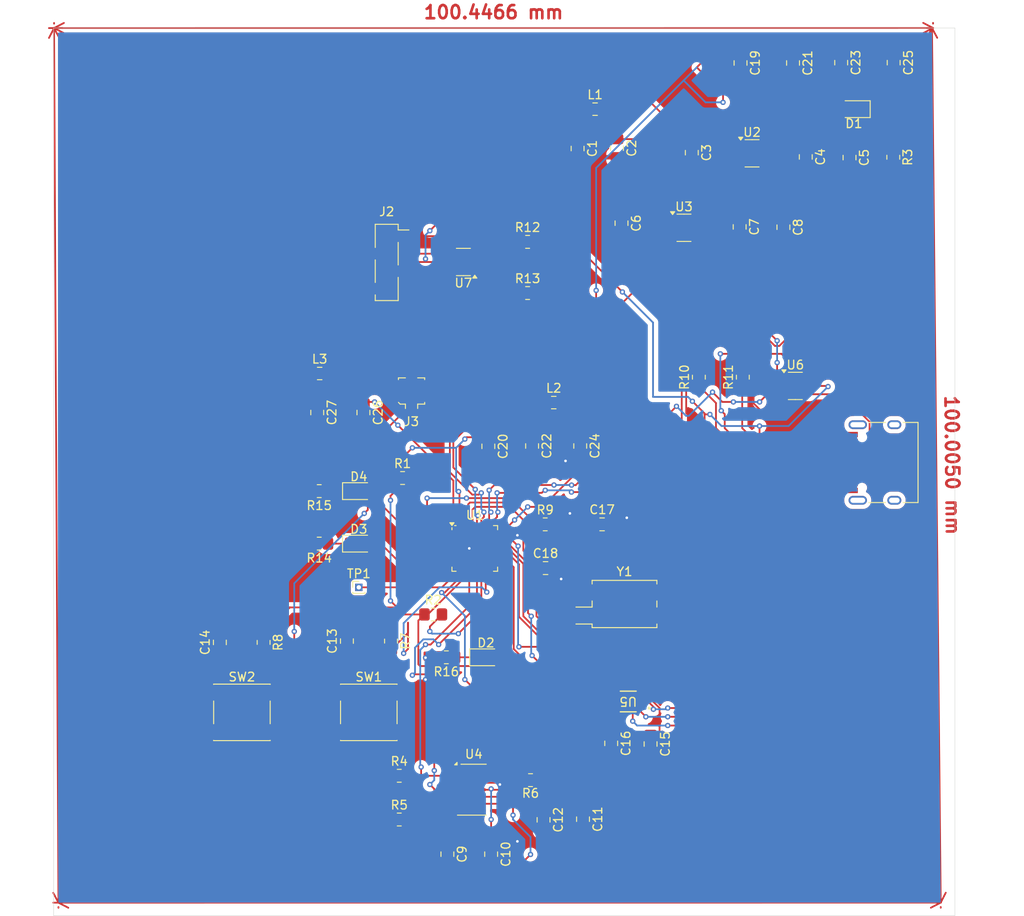
<source format=kicad_pcb>
(kicad_pcb (version 20240108) (generator "pcbnew") (generator_version "8.0")
  (layers (0 "F.Cu" signal) (31 "B.Cu" signal) (34 "B.Paste" user) (35 "F.Paste" user) (36 "B.SilkS" user "B.Silkscreen") (37 "F.SilkS" user "F.Silkscreen") (38 "B.Mask" user) (39 "F.Mask" user) (44 "Edge.Cuts" user))
  (net 0 "")
  (net 1 "GND")
  (net 2 "VBUS")
  (net 3 "/VDD_BUSF")
  (net 4 "Net-(U2-BP)")
  (net 5 "+3.3V")
  (net 6 "Net-(U3-BP)")
  (net 7 "+1V8")
  (net 8 "/BOOT")
  (net 9 "/CHIP_EN")
  (net 10 "/VDD_SPI")
  (net 11 "Net-(C17-Pad1)")
  (net 12 "/XTAL_N")
  (net 13 "/VDD_RF")
  (net 14 "/LNA_IN")
  (net 15 "Net-(J3-In)")
  (net 16 "Net-(D1-K)")
  (net 17 "/LED2")
  (net 18 "Net-(D2-K)")
  (net 19 "Net-(D3-K)")
  (net 20 "/LED1")
  (net 21 "Net-(D4-K)")
  (net 22 "Net-(J2-Pin_3)")
  (net 23 "Net-(J2-Pin_2)")
  (net 24 "Net-(U1-GPIO2)")
  (net 25 "Net-(U1-GPIO8)")
  (net 26 "/SCL")
  (net 27 "/SDA")
  (net 28 "/INT")
  (net 29 "/XTAL_P")
  (net 30 "Net-(J1-CC1)")
  (net 31 "Net-(J1-CC2)")
  (net 32 "/UART0_TX")
  (net 33 "Net-(R12-Pad1)")
  (net 34 "/UART0_RX")
  (net 35 "Net-(R13-Pad1)")
  (net 36 "/MTMS")
  (net 37 "/USB_D-")
  (net 39 "/SPI_HD")
  (net 40 "/SPI_D")
  (net 41 "/SPI_CS0")
  (net 42 "/SPI_CLK")
  (net 44 "/SPI_WP")
  (net 45 "/SPI_Q")
  (net 46 "/USB_D+")
  (net 53 "Net-(J1-D--PadA7)")
  (net 54 "Net-(J1-D+-PadA6)")
  (net 55 "Net-(Y1-Pad2)")
  (footprint "Capacitor_SMD:C_0805_2012Metric_Pad1.18x1.45mm_HandSolder" (layer "F.Cu") (at 43 89.75 90)
    (property "Reference" "C14")
    (property "Value" "100n")
  )
  (footprint "Capacitor_SMD:C_0805_2012Metric_Pad1.18x1.45mm_HandSolder" (layer "F.Cu") (at 69 113.9625 -90)
    (property "Reference" "C9")
    (property "Value" "100n")
  )
  (footprint "Capacitor_SMD:C_0805_2012Metric_Pad1.18x1.45mm_HandSolder" (layer "F.Cu") (at 88.89875 41.8175 -90)
    (property "Reference" "C6")
    (property "Value" "10u")
  )
  (footprint "Package_TO_SOT_SMD:SOT-23-5" (layer "F.Cu") (at 103.8175 33.83)
    (property "Reference" "U2")
    (property "Value" "SPX3819M5-L-3-3")
  )
  (footprint "Capacitor_SMD:C_0805_2012Metric_Pad1.18x1.45mm_HandSolder" (layer "F.Cu") (at 78.68 67.2925 -90)
    (property "Reference" "C22")
    (property "Value" "100n")
  )
  (footprint "Capacitor_SMD:C_0805_2012Metric_Pad1.18x1.45mm_HandSolder" (layer "F.Cu") (at 102.5 23.5 -90)
    (property "Reference" "C19")
    (property "Value" "10u")
  )
  (footprint "Resistor_SMD:R_0805_2012Metric_Pad1.20x1.40mm_HandSolder" (layer "F.Cu") (at 102.7625 59.425 90)
    (property "Reference" "R11")
    (property "Value" "5k1")
  )
  (footprint "LED_SMD:LED_0805_2012Metric_Pad1.15x1.40mm_HandSolder" (layer "F.Cu") (at 58.88 78.455)
    (property "Reference" "D3")
    (property "Value" "LED")
  )
  (footprint "Button_Switch_SMD:SW_SPST_PTS645" (layer "F.Cu") (at 45.52 97.75)
    (property "Reference" "SW2")
    (property "Value" "SW_Push")
  )
  (footprint "Crystal:Crystal_SMD_EuroQuartz_MQ-4Pin_7.0x5.0mm_HandSoldering" (layer "F.Cu") (at 89.24 85.36)
    (property "Reference" "Y1")
    (property "Value" "40Mhz")
  )
  (footprint "Capacitor_SMD:C_0805_2012Metric_Pad1.18x1.45mm_HandSolder" (layer "F.Cu") (at 84.5 109.9625 -90)
    (property "Reference" "C11")
    (property "Value" "1u")
  )
  (footprint "Capacitor_SMD:C_0805_2012Metric_Pad1.18x1.45mm_HandSolder" (layer "F.Cu") (at 59.405 63.4675 -90)
    (property "Reference" "C26")
    (property "Value" "3p3")
  )
  (footprint "Connector_Coaxial:U.FL_Molex_MCRF_73412-0110_Vertical" (layer "F.Cu") (at 64.905 61.005)
    (property "Reference" "J3")
    (property "Value" "Conn_Coaxial")
  )
  (footprint "OptoDevice:Maxim_OLGA-14_3.3x5.6mm_P0.8mm" (layer "F.Cu") (at 71.8 106.6)
    (property "Reference" "U4")
    (property "Value" "MAX30102")
  )
  (footprint "Capacitor_SMD:C_0805_2012Metric_Pad1.18x1.45mm_HandSolder" (layer "F.Cu") (at 57.52 89.6 90)
    (property "Reference" "C13")
    (property "Value" "100n")
  )
  (footprint "Resistor_SMD:R_0805_2012Metric_Pad1.20x1.40mm_HandSolder" (layer "F.Cu") (at 63.5 105)
    (property "Reference" "R4")
    (property "Value" "1k5")
  )
  (footprint "Resistor_SMD:R_0805_2012Metric_Pad1.20x1.40mm_HandSolder" (layer "F.Cu") (at 119.955 34.28 -90)
    (property "Reference" "R3")
    (property "Value" "1k")
  )
  (footprint "Package_TO_SOT_SMD:SOT-23-5" (layer "F.Cu") (at 96.03625 42.3425)
    (property "Reference" "U3")
    (property "Value" "SPX3819M5-L-1-8")
  )
  (footprint "Capacitor_SMD:C_0805_2012Metric_Pad1.18x1.45mm_HandSolder" (layer "F.Cu") (at 74 113.9625 -90)
    (property "Reference" "C10")
    (property "Value" "10u")
  )
  (footprint "Capacitor_SMD:C_0805_2012Metric_Pad1.18x1.45mm_HandSolder" (layer "F.Cu") (at 114.955 34.3175 -90)
    (property "Reference" "C5")
    (property "Value" "10u")
  )
  (footprint "Inductor_SMD:L_0805_2012Metric_Pad1.15x1.40mm_HandSolder" (layer "F.Cu") (at 85.88 28.78)
    (property "Reference" "L1")
    (property "Value" "2n2")
  )
  (footprint "LED_SMD:LED_0805_2012Metric_Pad1.15x1.40mm_HandSolder" (layer "F.Cu") (at 58.88 72.455)
    (property "Reference" "D4")
    (property "Value" "LED")
  )
  (footprint "Resistor_SMD:R_0805_2012Metric_Pad1.20x1.40mm_HandSolder" (layer "F.Cu") (at 54.355 72.455 180)
    (property "Reference" "R15")
    (property "Value" "1k")
  )
  (footprint "Capacitor_SMD:C_0805_2012Metric_Pad1.18x1.45mm_HandSolder" (layer "F.Cu") (at 96.93 33.755 -90)
    (property "Reference" "C3")
    (property "Value" "10u")
  )
  (footprint "Capacitor_SMD:C_0805_2012Metric_Pad1.18x1.45mm_HandSolder" (layer "F.Cu") (at 107.39875 42.28 -90)
    (property "Reference" "C8")
    (property "Value" "10u")
  )
  (footprint "Capacitor_SMD:C_0805_2012Metric_Pad1.18x1.45mm_HandSolder" (layer "F.Cu") (at 84.18 67.2925 -90)
    (property "Reference" "C24")
    (property "Value" "1u")
  )
  (footprint "Capacitor_SMD:C_0805_2012Metric_Pad1.18x1.45mm_HandSolder" (layer "F.Cu") (at 80.2175 81.255)
    (property "Reference" "C18")
    (property "Value" "10p")
  )
  (footprint "Resistor_SMD:R_0805_2012Metric_Pad1.20x1.40mm_HandSolder" (layer "F.Cu") (at 62.5575 89.6 -90)
    (property "Reference" "R7")
    (property "Value" "5k1")
  )
  (footprint "Capacitor_SMD:C_0805_2012Metric_Pad1.18x1.45mm_HandSolder" (layer "F.Cu") (at 86.68 76.255)
    (property "Reference" "C17")
    (property "Value" "10p")
  )
  (footprint "2M Flash:USON-8_UX_2x3x0p6_WIN" (layer "F.Cu") (at 89.6678 96.505001 180)
    (property "Reference" "U5")
    (property "Value" "W25Q16JVUXIQ TR")
  )
  (footprint "Capacitor_SMD:C_0805_2012Metric_Pad1.18x1.45mm_HandSolder" (layer "F.Cu") (at 92.22 101.3675 -90)
    (property "Reference" "C15")
    (property "Value" "10u")
  )
  (footprint "LED_SMD:LED_0805_2012Metric_Pad1.15x1.40mm_HandSolder" (layer "F.Cu") (at 73.405 91.455)
    (property "Reference" "D2")
    (property "Value" "LED")
  )
  (footprint "Resistor_SMD:R_0805_2012Metric_Pad1.20x1.40mm_HandSolder" (layer "F.Cu") (at 97.7375 59.425 90)
    (property "Reference" "R10")
    (property "Value" "5k1")
  )
  (footprint "Capacitor_SMD:C_0805_2012Metric_Pad1.18x1.45mm_HandSolder" (layer "F.Cu") (at 54.125 63.4675 -90)
    (property "Reference" "C27")
    (property "Value" "3p3")
  )
  (footprint "Package_TO_SOT_SMD:SOT-23-6" (layer "F.Cu") (at 70.83 46.255 180)
    (property "Reference" "U7")
    (property "Value" "USBLC6-2SC6")
  )
  (footprint "Resistor_SMD:R_0805_2012Metric_Pad1.20x1.40mm_HandSolder" (layer "F.Cu") (at 68.88 91.455 180)
    (property "Reference" "R16")
    (property "Value" "1k")
  )
  (footprint "Inductor_SMD:L_0805_2012Metric_Pad1.15x1.40mm_HandSolder" (layer "F.Cu") (at 54.405 59.005)
    (property "Reference" "L3")
    (property "Value" "2n2")
  )
  (footprint "Capacitor_SMD:C_0805_2012Metric_Pad1.18x1.45mm_HandSolder" (layer "F.Cu") (at 102.39875 42.2425 -90)
    (property "Reference" "C7")
    (property "Value" "100n")
  )
  (footprint "Capacitor_SMD:C_0805_2012Metric_Pad1.18x1.45mm_HandSolder" (layer "F.Cu") (at 79.99 110.0375 -90)
    (property "Reference" "C12")
    (property "Value" "100n")
  )
  (footprint "Capacitor_SMD:C_0805_2012Metric_Pad1.18x1.45mm_HandSolder" (layer "F.Cu") (at 109.955 34.2425 -90)
    (property "Reference" "C4")
    (property "Value" "100n")
  )
  (footprint "Capacitor_SMD:C_0805_2012Metric_Pad1.18x1.45mm_HandSolder" (layer "F.Cu") (at 73.68 67.33 -90)
    (property "Reference" "C20")
    (property "Value" "10u")
  )
  (footprint "Button_Switch_SMD:SW_SPST_PTS645" (layer "F.Cu") (at 60.02 97.75)
    (property "Reference" "SW1")
    (property "Value" "SW_Push")
  )
  (footprint "Connector_PinHeader_1.00mm:PinHeader_1x01_P1.00mm_Vertical" (layer "F.Cu") (at 58.88 83.455)
    (property "Reference" "TP1")
    (property "Value" "TestPoint")
  )
  (footprint "Capacitor_SMD:C_0805_2012Metric_Pad1.18x1.45mm_HandSolder" (layer "F.Cu") (at 88.38 33.2425 -90)
    (property "Reference" "C2")
    (property "Value" "100n")
  )
  (footprint "Package_DFN_QFN:QFN-32-1EP_5x5mm_P0.5mm_EP3.7x3.7mm" (layer "F.Cu") (at 72.13 79.005)
    (property "Reference" "U1")
    (property "Value" "ESP32-C3")
  )
  (footprint "Resistor_SMD:R_0805_2012Metric_Pad1.20x1.40mm_HandSolder" (layer "F.Cu") (at 78.5 105.5 180)
    (property "Reference" "R6")
    (property "Value" "1k5")
  )
  (footprint "Resistor_SMD:R_0805_2012Metric_Pad1.20x1.40mm_HandSolder" (layer "F.Cu") (at 80.18 76.255)
    (property "Reference" "R9")
    (property "Value" "22R")
  )
  (footprint "Package_TO_SOT_SMD:SOT-23-6" (layer "F.Cu") (at 108.7625 60.425)
    (property "Reference" "U6")
    (property "Value" "USBLC6-2SC6")
  )
  (footprint "Capacitor_SMD:C_0805_2012Metric_Pad1.18x1.45mm_HandSolder" (layer "F.Cu") (at 83.88 33.28 -90)
    (property "Reference" "C1")
    (property "Value" "100n")
  )
  (footprint "Capacitor_SMD:C_0805_2012Metric_Pad1.18x1.45mm_HandSolder" (layer "F.Cu") (at 120 23.4625 -90)
    (property "Reference" "C25")
    (property "Value" "100n")
  )
  (footprint "Capacitor_SMD:C_0805_2012Metric_Pad1.18x1.45mm_HandSolder" (layer "F.Cu") (at 87.72 101.2925 -90)
    (property "Reference" "C16")
    (property "Value" "100n")
  )
  (footprint "Resistor_SMD:R_0805_2012Metric_Pad1.20x1.40mm_HandSolder" (layer "F.Cu") (at 63.5 110)
    (property "Reference" "R5")
    (property "Value" "1k5")
  )
  (footprint "Resistor_SMD:R_0805_2012Metric_Pad1.20x1.40mm_HandSolder" (layer "F.Cu") (at 78.1675 43.955)
    (property "Reference" "R12")
    (property "Value" "470R")
  )
  (footprint "Inductor_SMD:L_0805_2012Metric_Pad1.15x1.40mm_HandSolder" (layer "F.Cu") (at 81.155 62.33)
    (property "Reference" "L2")
    (property "Value" "2n")
  )
  (footprint "Capacitor_SMD:C_0805_2012Metric_Pad1.18x1.45mm_HandSolder" (layer "F.Cu") (at 108.5 23.5 -90)
    (property "Reference" "C21")
    (property "Value" "100n")
  )
  (footprint "Connector_PinSocket_2.00mm:PinSocket_1x04_P2.00mm_Vertical_SMD_Pin1Right" (layer "F.Cu") (at 62.0675 46.305)
    (property "Reference" "J2")
    (property "Value" "Conn_01x04_Pin")
  )
  (footprint "LED_SMD:LED_0805_2012Metric_Pad1.15x1.40mm_HandSolder" (layer "F.Cu") (at 115.455 28.78 180)
    (property "Reference" "D1")
    (property "Value" "LED")
  )
  (footprint "Resistor_SMD:R_0805_2012Metric_Pad1.20x1.40mm_HandSolder" (layer "F.Cu") (at 48 89.75 -90)
    (property "Reference" "R8")
    (property "Value" "5k1")
  )
  (footprint "Capacitor_SMD:C_0805_2012Metric_Pad1.18x1.45mm_HandSolder" (layer "F.Cu") (at 114 23.4625 -90)
    (property "Reference" "C23")
    (property "Value" "100n")
  )
  (footprint "Resistor_SMD:R_0805_2012Metric_Pad1.20x1.40mm_HandSolder" (layer "F.Cu") (at 54.355 78.455 180)
    (property "Reference" "R14")
    (property "Value" "1k")
  )
  (footprint "Connector_USB:USB_C_Receptacle_XKB_U262-16XN-4BVC11" (layer "F.Cu") (at 119 69.18 90)
    (property "Reference" "J1" (hide yes))
    (property "Value" "USB_C_Receptacle_USB2.0_16P")
  )
  (footprint "Resistor_SMD:R_0805_2012Metric_Pad1.20x1.40mm_HandSolder" (layer "F.Cu") (at 67.38 86.555)
    (property "Reference" "R2")
    (property "Value" "5k1")
  )
  (footprint "Resistor_SMD:R_0805_2012Metric_Pad1.20x1.40mm_HandSolder" (layer "F.Cu") (at 63.88 70.955)
    (property "Reference" "R1")
    (property "Value" "5k1")
  )
  (footprint "Resistor_SMD:R_0805_2012Metric_Pad1.20x1.40mm_HandSolder" (layer "F.Cu") (at 78.1675 49.805)
    (property "Reference" "R13")
    (property "Value" "470R")
  )
  (gr_rect (start 24 19.5) (end 127 121) (stroke (width 0.05)) (fill none) (layer "Edge.Cuts"))
  (dimension (type aligned) (layer "F.Cu") (pts (xy 125.377582 119.501224) (xy 24.553374 119.507233)) (height 0) (gr_text "3969.4570 mils" (at 74.965371 117.704229 0.003415326947) (layer "F.Cu") (effects (font (size 1.5 1.5) (thickness 0.3)))) (format (prefix "") (suffix "") (units 3) (units_format 1) (precision 4)) (style (thickness 0.2) (arrow_length 1.27) (text_position_mode 0) (extension_height 0.58642) (extension_offset 0.5) keep_text_aligned))
  (dimension (type aligned) (layer "F.Cu") (pts (xy 25.5 19.5) (xy 26 119.5)) (height 1.446644) (gr_text "3937.0570 mils" (at 26.103352 69.498233 270.2864765) (layer "F.Cu") (effects (font (size 1.5 1.5) (thickness 0.3)))) (format (prefix "") (suffix "") (units 3) (units_format 1) (precision 4)) (style (thickness 0.2) (arrow_length 1.27) (text_position_mode 0) (extension_height 0.58642) (extension_offset 0.5) keep_text_aligned))
  (dimension (type aligned) (layer "F.Cu") (pts (xy 124.5 19.5) (xy 125.5 119.5)) (height 0.122424) (gr_text "3937.2047 mils" (at 126.677492 69.483225 270.5729387) (layer "F.Cu") (effects (font (size 1.5 1.5) (thickness 0.3)))) (format (prefix "") (suffix "") (units 3) (units_format 1) (precision 4)) (style (thickness 0.2) (arrow_length 1.27) (text_position_mode 0) (extension_height 0.58642) (extension_offset 0.5) keep_text_aligned))
  (dimension (type aligned) (layer "F.Cu") (pts (xy 24.053374 19.507233) (xy 124.5 19.5)) (height 0) (gr_text "3954.5916 mils" (at 74.276557 17.703616 0.004126347343) (layer "F.Cu") (effects (font (size 1.5 1.5) (thickness 0.3)))) (format (prefix "") (suffix "") (units 3) (units_format 1) (precision 4)) (style (thickness 0.2) (arrow_length 1.27) (text_position_mode 0) (extension_height 0.58642) (extension_offset 0.5) keep_text_aligned))
  (segment (start 114.88 35.28) (end 114.955 35.355) (width 0.2) (layer "F.Cu") (net 1))
  (segment (start 107.36125 43.28) (end 107.39875 43.3175) (width 0.2) (layer "F.Cu") (net 1))
  (segment (start 92.22 102.405) (end 93.245 101.38) (width 0.2) (layer "F.Cu") (net 1))
  (segment (start 52.8075 96.5) (end 52.8075 96.7675) (width 0.2) (layer "F.Cu") (net 1))
  (segment (start 107.406471 65.83) (end 103.9925 62.416029) (width 0.2) (layer "F.Cu") (net 1))
  (segment (start 96.291129 63.528629) (end 97.47125 64.70875) (width 0.2) (layer "F.Cu") (net 1))
  (segment (start 102.5375 24.5375) (end 108.5 24.5375) (width 0.2) (layer "F.Cu") (net 1))
  (segment (start 84.425 111.075) (end 84.5 111) (width 0.2) (layer "F.Cu") (net 1))
  (segment (start 94.89875 42.3425) (end 94.236251 42.3425) (width 0.2) (layer "F.Cu") (net 1))
  (segment (start 96.291129 59.871371) (end 96.291129 63.528629) (width 0.2) (layer "F.Cu") (net 1))
  (segment (start 59.405 64.505) (end 59.93 64.505) (width 0.2) (layer "F.Cu") (net 1))
  (segment (start 52.8075 90.6) (end 52.8075 96.5) (width 0.2) (layer "F.Cu") (net 1))
  (segment (start 78.68 68.33) (end 84.18 68.33) (width 0.2) (layer "F.Cu") (net 1))
  (segment (start 66.5 91.5) (end 67.835 91.5) (width 0.2) (layer "F.Cu") (net 1))
  (segment (start 87.795 102.405) (end 87.72 102.33) (width 0.2) (layer "F.Cu") (net 1))
  (segment (start 97.8925 33.83) (end 102.68 33.83) (width 0.2) (layer "F.Cu") (net 1))
  (segment (start 104.7625 60.425) (end 104.6425 60.305) (width 0.2) (layer "F.Cu") (net 1))
  (segment (start 103.9925 62.416029) (end 103.9925 60.955) (width 0.2) (layer "F.Cu") (net 1))
  (segment (start 79.99 111.075) (end 84.425 111.075) (width 0.2) (layer "F.Cu") (net 1))
  (segment (start 57.52 88.5625) (end 54.845 88.5625) (width 0.2) (layer "F.Cu") (net 1))
  (segment (start 38.5 91.5) (end 38.5 96.96) (width 0.2) (layer "F.Cu") (net 1))
  (segment (start 78.6425 68.3675) (end 78.68 68.33) (width 0.2) (layer "F.Cu") (net 1))
  (segment (start 91.1156 95.755) (end 90.417801 95.755) (width 0.2) (layer "F.Cu") (net 1))
  (segment (start 108.5 24.5375) (end 113.9625 24.5375) (width 0.2) (layer "F.Cu") (net 1))
  (segment (start 115.33 65.83) (end 107.406471 65.83) (width 0.2) (layer "F.Cu") (net 1))
  (segment (start 64 100) (end 66.5 97.5) (width 0.2) (layer "F.Cu") (net 1))
  (segment (start 67.835 91.5) (end 67.88 91.455) (width 0.2) (layer "F.Cu") (net 1))
  (segment (start 107.625 60.425) (end 104.7625 60.425) (width 0.2) (layer "F.Cu") (net 1))
  (segment (start 71.005 45.645552) (end 71.614448 46.255) (width 0.2) (layer "F.Cu") (net 1))
  (segment (start 113.9625 24.5375) (end 114 24.5) (width 0.2) (layer "F.Cu") (net 1))
  (segment (start 114.955 35.355) (end 115.88 35.355) (width 0.2) (layer "F.Cu") (net 1))
  (segment (start 93.245 101.38) (end 93.245 97.251001) (width 0.2) (layer "F.Cu") (net 1))
  (segment (start 69 115) (end 74 115) (width 0.2) (layer "F.Cu") (net 1))
  (segment (start 114 24.5) (end 120 24.5) (width 0.2) (layer "F.Cu") (net 1))
  (segment (start 93.245 97.251001) (end 91.748999 95.755) (width 0.2) (layer "F.Cu") (net 1))
  (segment (start 52.8075 96.7675) (end 56.04 100) (width 0.2) (layer "F.Cu") (net 1))
  (segment (start 97.47125 64.899435) (end 104.801815 72.23) (width 0.2) (layer "F.Cu") (net 1))
  (segment (start 74 115) (end 74.5 115) (width 0.2) (layer "F.Cu") (net 1))
  (segment (start 63.43 61.005) (end 64.905 59.53) (width 0.2) (layer "F.Cu") (net 1))
  (segment (start 66.38 61.005) (end 66.405 61.005) (width 0.2) (layer "F.Cu") (net 1))
  (segment (start 109.405 35.28) (end 109.955 35.28) (width 0.2) (layer "F.Cu") (net 1))
  (segment (start 115.88 35.355) (end 115.955 35.28) (width 0.2) (layer "F.Cu") (net 1))
  (segment (start 74.5 115) (end 78.425 111.075) (width 0.2) (layer "F.Cu") (net 1))
  (segment (start 67.975 108.025) (end 69.4 106.6) (width 0.2) (layer "F.Cu") (net 1))
  (segment (start 103.9925 65.18) (end 103.9925 65.255) (width 0.2) (layer "F.Cu") (net 1))
  (segment (start 97.47125 64.70875) (end 97.47125 64.899435) (width 0.2) (layer "F.Cu") (net 1))
  (segment (start 90.417801 95.755) (end 89.6678 96.505001) (width 0.2) (layer "F.Cu") (net 1))
  (segment (start 56.04 100) (end 64 100) (width 0.2) (layer "F.Cu") (net 1))
  (segment (start 66.5 97.5) (end 66.5 94) (width 0.2) (layer "F.Cu") (net 1))
  (segment (start 54.845 88.5625) (end 52.8075 90.6) (width 0.2) (layer "F.Cu") (net 1))
  (segment (start 102.7625 58.425) (end 97.7375 58.425) (width 0.2) (layer "F.Cu") (net 1))
  (segment (start 67.975 113.975) (end 67.975 108.025) (width 0.2) (layer "F.Cu") (net 1))
  (segment (start 91.748999 95.755) (end 91.1156 95.755) (width 0.2) (layer "F.Cu") (net 1))
  (segment (start 88.3425 34.3175) (end 88.38 34.28) (width 0.2) (layer "F.Cu") (net 1))
  (segment (start 49.5 100) (end 49.5 99.8075) (width 0.2) (layer "F.Cu") (net 1))
  (segment (start 96.93 34.7925) (end 97.8925 33.83) (width 0.2) (layer "F.Cu") (net 1))
  (segment (start 102.5 24.5) (end 102.5375 24.5375) (width 0.2) (layer "F.Cu") (net 1))
  (segment (start 69.4 106.6) (end 70.6 106.6) (width 0.2) (layer "F.Cu") (net 1))
  (segment (start 43 88.7125) (end 41.2875 88.7125) (width 0.2) (layer "F.Cu") (net 1))
  (segment (start 73 105.8) (end 74.8 105.8) (width 0.2) (layer "F.Cu") (net 1))
  (segment (start 104.801815 72.23) (end 115.33 72.23) (width 0.2) (layer "F.Cu") (net 1))
  (segment (start 104.6425 60.305) (end 103.9925 60.955) (width 0.2) (layer "F.Cu") (net 1))
  (segment (start 41.2875 88.7125) (end 38.5 91.5) (width 0.2) (layer "F.Cu") (net 1))
  (segment (start 59.93 64.505) (end 63.43 61.005) (width 0.2) (layer "F.Cu") (net 1))
  (segment (start 38.5 96.96) (end 41.54 100) (width 0.2) (layer "F.Cu") (net 1))
  (segment (start 69.345552 43.305) (end 71.005 44.964448) (width 0.2) (layer "F.Cu") (net 1))
  (segment (start 49.5 99.8075) (end 52.8075 96.5) (width 0.2) (layer "F.Cu") (net 1))
  (segment (start 71.614448 46.255) (end 71.9675 46.255) (width 0.2) (layer "F.Cu") (net 1))
  (segment (start 41.54 100) (end 49.5 100) (width 0.2) (layer "F.Cu") (net 1))
  (segment (start 102.5 24.5375) (end 102.5 24.5) (width 0.2) (layer "F.Cu") (net 1))
  (segment (start 66.405 61.005) (end 64.905 59.505) (width 0.2) (layer "F.Cu") (net 1))
  (segment (start 54.125 64.505) (end 59.405 64.505) (width 0.2) (layer "F.Cu") (net 1))
  (segment (start 73.68 68.3675) (end 78.6425 68.3675) (width 0.2) (layer "F.Cu") (net 1))
  (segment (start 92.22 102.405) (end 87.795 102.405) (width 0.2) (layer "F.Cu") (net 1))
  (segment (start 69 115) (end 67.975 113.975) (width 0.2) (layer "F.Cu") (net 1))
  (segment (start 104.6425 60.305) (end 102.7625 58.425) (width 0.2) (layer "F.Cu") (net 1))
  (segment (start 64.905 59.53) (end 64.905 59.505) (width 0.2) (layer "F.Cu") (net 1))
  (segment (start 97.7375 58.425) (end 96.291129 59.871371) (width 0.2) (layer "F.Cu") (net 1))
  (segment (start 74.8 105.8) (end 75 106) (width 0.2) (layer "F.Cu") (net 1))
  (segment (start 71.005 44.964448) (end 71.005 45.645552) (width 0.2) (layer "F.Cu") (net 1))
  (segment (start 97.47125 64.70875) (end 97.5925 64.83) (width 0.2) (layer "F.Cu") (net 1))
  (segment (start 63.6675 43.305) (end 69.345552 43.305) (width 0.2) (layer "F.Cu") (net 1))
  (segment (start 78.425 111.075) (end 79.99 111.075) (width 0.2) (layer "F.Cu") (net 1))
  (via (at 89.5 75.5) (size 0.6) (drill 0.3) (layers "F.Cu" "B.Cu") (net 1))
  (via (at 75 106) (size 0.6) (drill 0.3) (layers "F.Cu" "B.Cu") (net 1))
  (via (at 66.5 91.5) (size 0.6) (drill 0.3) (layers "F.Cu" "B.Cu") (net 1))
  (via (at 71.5 79) (size 0.6) (drill 0.3) (layers "F.Cu" "B.Cu") (net 1))
  (via (at 66.5 94) (size 0.6) (drill 0.3) (layers "F.Cu" "B.Cu") (net 1))
  (via (at 82 82.5) (size 0.6) (drill 0.3) (layers "F.Cu" "B.Cu") (net 1))
  (via (at 77 112.5) (size 0.6) (drill 0.3) (layers "F.Cu" "B.Cu") (net 1))
  (via (at 77 77.5) (size 0.6) (drill 0.3) (layers "F.Cu" "B.Cu") (net 1))
  (via (at 82.5 69) (size 0.6) (drill 0.3) (layers "F.Cu" "B.Cu") (net 1))
  (via (at 83 75) (size 0.6) (drill 0.3) (layers "F.Cu" "B.Cu") (net 1))
  (segment (start 75 110.5) (end 77 112.5) (width 0.2) (layer "B.Cu") (net 1))
  (segment (start 66.5 94) (end 66.5 91.5) (width 0.2) (layer "B.Cu") (net 1))
  (segment (start 75 106) (end 75 110.5) (width 0.2) (layer "B.Cu") (net 1))
  (segment (start 114.115686 66.63) (end 113.532843 67.212843) (width 0.2) (layer "F.Cu") (net 2))
  (segment (start 115.33 66.63) (end 114.115686 66.63) (width 0.2) (layer "F.Cu") (net 2))
  (segment (start 76 37.5) (end 76.82 37.5) (width 0.2) (layer "F.Cu") (net 2))
  (segment (start 98.3925 65.18) (end 104.9425 71.73) (width 0.2) (layer "F.Cu") (net 2))
  (segment (start 98.3925 65.255) (end 98.3925 65.18) (width 0.2) (layer "F.Cu") (net 2))
  (segment (start 83.88 29.755) (end 84.855 28.78) (width 0.2) (layer "F.Cu") (net 2))
  (segment (start 76.82 37.5) (end 89 49.68) (width 0.2) (layer "F.Cu") (net 2))
  (segment (start 112.425 60.425) (end 112.5 60.5) (width 0.2) (layer "F.Cu") (net 2))
  (segment (start 104.670515 66.4987) (end 104.670515 65.009485) (width 0.2) (layer "F.Cu") (net 2))
  (segment (start 82.855 30.78) (end 82.72 30.78) (width 0.2) (layer "F.Cu") (net 2))
  (segment (start 113.532843 67.212843) (end 105.384658 67.212843) (width 0.2) (layer "F.Cu") (net 2))
  (segment (start 83.88 32.2425) (end 83.88 29.755) (width 0.2) (layer "F.Cu") (net 2))
  (segment (start 105.384658 67.212843) (end 104.670515 66.4987) (width 0.2) (layer "F.Cu") (net 2))
  (segment (start 98.3925 63.68) (end 98.3925 63.5725) (width 0.2) (layer "F.Cu") (net 2))
  (segment (start 104.9425 71.73) (end 115.33 71.73) (width 0.2) (layer "F.Cu") (net 2))
  (segment (start 109.9 60.425) (end 112.425 60.425) (width 0.2) (layer "F.Cu") (net 2))
  (segment (start 98.3925 63.68) (end 99 63.68) (width 0.2) (layer "F.Cu") (net 2))
  (segment (start 98.3925 63.5725) (end 97 62.18) (width 0.2) (layer "F.Cu") (net 2))
  (segment (start 98.3925 65.18) (end 98.3925 63.68) (width 0.2) (layer "F.Cu") (net 2))
  (segment (start 82.72 30.78) (end 76 37.5) (width 0.2) (layer "F.Cu") (net 2))
  (segment (start 84.855 28.78) (end 82.855 30.78) (width 0.2) (layer "F.Cu") (net 2))
  (via (at 97 62.18) (size 0.6) (drill 0.3) (layers "F.Cu" "B.Cu") (net 2))
  (via (at 112.5 60.5) (size 0.6) (drill 0.3) (layers "F.Cu" "B.Cu") (net 2))
  (via (at 99 63.68) (size 0.6) (drill 0.3) (layers "F.Cu" "B.Cu") (net 2))
  (via (at 104.670515 65.009485) (size 0.6) (drill 0.3) (layers "F.Cu" "B.Cu") (net 2))
  (via (at 89 49.68) (size 0.6) (drill 0.3) (layers "F.Cu" "B.Cu") (net 2))
  (segment (start 112.5 60.5) (end 107.990515 65.009485) (width 0.2) (layer "B.Cu") (net 2))
  (segment (start 99 63.68) (end 100.329485 65.009485) (width 0.2) (layer "B.Cu") (net 2))
  (segment (start 100.329485 65.009485) (end 104.670515 65.009485) (width 0.2) (layer "B.Cu") (net 2))
  (segment (start 89 49.68) (end 92.5 53.18) (width 0.2) (layer "B.Cu") (net 2))
  (segment (start 96.5 61.68) (end 97 62.18) (width 0.2) (layer "B.Cu") (net 2))
  (segment (start 92.5 61.68) (end 96.5 61.68) (width 0.2) (layer "B.Cu") (net 2))
  (segment (start 107.990515 65.009485) (end 104.670515 65.009485) (width 0.2) (layer "B.Cu") (net 2))
  (segment (start 92.5 53.18) (end 92.5 61.68) (width 0.2) (layer "B.Cu") (net 2))
  (segment (start 103.48 32.88) (end 102.68 32.88) (width 0.2) (layer "F.Cu") (net 3))
  (segment (start 96.93 32.7175) (end 102.5175 32.7175) (width 0.2) (layer "F.Cu") (net 3))
  (segment (start 103.88 33.28) (end 103.48 32.88) (width 0.2) (layer "F.Cu") (net 3))
  (segment (start 62.6675 46.255) (end 66.5 46.255) (width 0.2) (layer "F.Cu") (net 3))
  (segment (start 88.38 30.255) (end 86.905 28.78) (width 0.2) (layer "F.Cu") (net 3))
  (segment (start 66.5 46.255) (end 69.6925 46.255) (width 0.2) (layer "F.Cu") (net 3))
  (segment (start 60.4675 48.455) (end 62.6675 46.255) (width 0.2) (layer "F.Cu") (net 3))
  (segment (start 102.5175 32.7175) (end 102.68 32.88) (width 0.2) (layer "F.Cu") (net 3))
  (segment (start 95.86125 41.692501) (end 95.561249 41.3925) (width 0.2) (layer "F.Cu") (net 3))
  (segment (start 66.5 45.905) (end 66.5 46.255) (width 0.2) (layer "F.Cu") (net 3))
  (segment (start 92.305 32.205) (end 92.88 32.78) (width 0.2) (layer "F.Cu") (net 3))
  (segment (start 103.88 34.242499) (end 103.88 33.28) (width 0.2) (layer "F.Cu") (net 3))
  (segment (start 94.28625 40.78) (end 94.89875 41.3925) (width 0.2) (layer "F.Cu") (net 3))
  (segment (start 95.561249 41.3925) (end 94.89875 41.3925) (width 0.2) (layer "F.Cu") (net 3))
  (segment (start 93.38 32.78) (end 93.4425 32.7175) (width 0.2) (layer "F.Cu") (net 3))
  (segment (start 88.89875 40.78) (end 88.89875 36.76125) (width 0.2) (layer "F.Cu") (net 3))
  (segment (start 60.4675 49.305) (end 60.4675 48.455) (width 0.2) (layer "F.Cu") (net 3))
  (segment (start 95.86125 42.992499) (end 95.86125 41.692501) (width 0.2) (layer "F.Cu") (net 3))
  (segment (start 88.38 32.205) (end 88.38 30.255) (width 0.2) (layer "F.Cu") (net 3))
  (segment (start 102.68 34.78) (end 103.342499 34.78) (width 0.2) (layer "F.Cu") (net 3))
  (segment (start 94.89875 43.2925) (end 95.561249 43.2925) (width 0.2) (layer "F.Cu") (net 3))
  (segment (start 93.4425 32.7175) (end 96.93 32.7175) (width 0.2) (layer "F.Cu") (net 3))
  (segment (start 103.342499 34.78) (end 103.88 34.242499) (width 0.2) (layer "F.Cu") (net 3))
  (segment (start 88.38 32.205) (end 92.305 32.205) (width 0.2) (layer "F.Cu") (net 3))
  (segment (start 92.88 32.78) (end 93.38 32.78) (width 0.2) (layer "F.Cu") (net 3))
  (segment (start 88.89875 40.78) (end 94.28625 40.78) (width 0.2) (layer "F.Cu") (net 3))
  (segment (start 81.9 27.78) (end 67 42.68) (width 0.2) (layer "F.Cu") (net 3))
  (segment (start 95.561249 43.2925) (end 95.86125 42.992499) (width 0.2) (layer "F.Cu") (net 3))
  (segment (start 91.9925 27.78) (end 81.9 27.78) (width 0.2) (layer "F.Cu") (net 3))
  (segment (start 88.89875 36.76125) (end 92.88 32.78) (width 0.2) (layer "F.Cu") (net 3))
  (segment (start 96.93 32.7175) (end 91.9925 27.78) (width 0.2) (layer "F.Cu") (net 3))
  (via (at 67 42.68) (size 0.6) (drill 0.3) (layers "F.Cu" "B.Cu") (net 3))
  (via (at 66.5 45.905) (size 0.6) (drill 0.3) (layers "F.Cu" "B.Cu") (net 3))
  (segment (start 66.5 43.18) (end 66.5 45.905) (width 0.2) (layer "B.Cu") (net 3))
  (segment (start 67 42.68) (end 66.5 43.18) (width 0.2) (layer "B.Cu") (net 3))
  (segment (start 109.955 33.205) (end 106.53 33.205) (width 0.2) (layer "F.Cu") (net 4))
  (segment (start 106.53 33.205) (end 104.955 34.78) (width 0.2) (layer "F.Cu") (net 4))
  (segment (start 75.305 81.48) (end 75.305 92.139744) (width 0.2) (layer "F.Cu") (net 5))
  (segment (start 79.99 109) (end 84.425 109) (width 0.2) (layer "F.Cu") (net 5))
  (segment (start 76.1675 66.2925) (end 78.68 63.78) (width 0.2) (layer "F.Cu") (net 5))
  (segment (start 62.5575 86.4425) (end 63.25 85.75) (width 0.2) (layer "F.Cu") (net 5))
  (segment (start 48 88.75) (end 51 85.75) (width 0.2) (layer "F.Cu") (net 5))
  (segment (start 76.5 108.7) (end 77 108.2) (width 0.2) (layer "F.Cu") (net 5))
  (segment (start 70.28 72.5) (end 70.38 72.6) (width 0.2) (layer "F.Cu") (net 5))
  (segment (start 108.5 22.4625) (end 113.9625 22.4625) (width 0.2) (layer "F.Cu") (net 5))
  (segment (start 66.38 86.555) (end 66.694386 86.555) (width 0.2) (layer "F.Cu") (net 5))
  (segment (start 62.5 110.5) (end 67.8875 115.8875) (width 0.2) (layer "F.Cu") (net 5))
  (segment (start 73.68 66.2925) (end 76.1675 66.2925) (width 0.2) (layer "F.Cu") (net 5))
  (segment (start 79.99 108.99) (end 79.5 108.5) (width 0.2) (layer "F.Cu") (net 5))
  (segment (start 37.5 97.985) (end 37.5 91.934314) (width 0.2) (layer "F.Cu") (net 5))
  (segment (start 78.68 63.78) (end 80.13 62.33) (width 0.2) (layer "F.Cu") (net 5))
  (segment (start 97.5 24) (end 100.5 27) (width 0.2) (layer "F.Cu") (net 5))
  (segment (start 102.5 22.4625) (end 99.0375 22.4625) (width 0.2) (layer "F.Cu") (net 5))
  (segment (start 71.2075 66.2925) (end 73.68 66.2925) (width 0.2) (layer "F.Cu") (net 5))
  (segment (start 65.68 87.255) (end 66.38 86.555) (width 0.2) (layer "F.Cu") (net 5))
  (segment (start 84.425 109) (end 84.5 108.925) (width 0.2) (layer "F.Cu") (net 5))
  (segment (start 65.88 92.455) (end 65.68 92.255) (width 0.2) (layer "F.Cu") (net 5))
  (segment (start 66.760072 86.555) (end 66.38 86.555) (width 0.2) (layer "F.Cu") (net 5))
  (segment (start 70.38 72.6) (end 70.38 75) (width 0.2) (layer "F.Cu") (net 5))
  (segment (start 86 56.46) (end 86 49.5) (width 0.2) (layer "F.Cu") (net 5))
  (segment (start 121.025 23.45) (end 120 22.425) (width 0.2) (layer "F.Cu") (net 5))
  (segment (start 43.684314 85.75) (end 51 85.75) (width 0.2) (layer "F.Cu") (net 5))
  (segment (start 62.5 73) (end 62.88 72.62) (width 0.2) (layer "F.Cu") (net 5))
  (segment (start 121.025 25.072244) (end 121.025 23.45) (width 0.2) (layer "F.Cu") (net 5))
  (segment (start 71.38 81.935072) (end 66.760072 86.555) (width 0.2) (layer "F.Cu") (net 5))
  (segment (start 114.43 28.78) (end 114.43 31.18) (width 0.2) (layer "F.Cu") (net 5))
  (segment (start 113.9625 22.4625) (end 114 22.425) (width 0.2) (layer "F.Cu") (net 5))
  (segment (start 79.19 108.2) (end 79.99 109) (width 0.2) (layer "F.Cu") (net 5))
  (segment (start 62.5 110) (end 62.5 109) (width 0.2) (layer "F.Cu") (net 5))
  (segment (start 66.694386 86.555) (end 64.055 86.555) (width 0.2) (layer "F.Cu") (net 5))
  (segment (start 70.88 75.5) (end 70.38 75) (width 0.2) (layer "F.Cu") (net 5))
  (segment (start 70.88 76.555) (end 70.88 75.5) (width 0.2) (layer "F.Cu") (net 5))
  (segment (start 58.5 105) (end 44.515 105) (width 0.2) (layer "F.Cu") (net 5))
  (segment (start 62.5575 88.6) (end 62.5575 86.4425) (width 0.2) (layer "F.Cu") (net 5))
  (segment (start 77 108.2) (end 79.19 108.2) (width 0.2) (layer "F.Cu") (net 5))
  (segment (start 76.5 109.5) (end 76.5 108.7) (width 0.2) (layer "F.Cu") (net 5))
  (segment (start 62.5 110) (end 62.5 110.5) (width 0.2) (layer "F.Cu") (net 5))
  (segment (start 71.38 81.455) (end 71.38 81.935072) (width 0.2) (layer "F.Cu") (net 5))
  (segment (start 79.99 109) (end 79.99 108.99) (width 0.2) (layer "F.Cu") (net 5))
  (segment (start 62.88 70.955) (end 63.88 69.955) (width 0.2) (layer "F.Cu") (net 5))
  (segment (start 44.515 105) (end 37.5 97.985) (width 0.2) (layer "F.Cu") (net 5))
  (segment (start 63.25 85.75) (end 62.5 85) (width 0.2) (layer "F.Cu") (net 5))
  (segment (start 62.5 109) (end 58.5 105) (width 0.2) (layer "F.Cu") (net 5))
  (segment (start 80.13 62.33) (end 86 56.46) (width 0.2) (layer "F.Cu") (net 5))
  (segment (start 71 66.5) (end 71.2075 66.2925) (width 0.2) (layer "F.Cu") (net 5))
  (segment (start 76.6125 115.8875) (end 78 114.5) (width 0.2) (layer "F.Cu") (net 5))
  (segment (start 114.43 32.755) (end 114.955 33.28) (width 0.2) (layer "F.Cu") (net 5))
  (segment (start 117.8225 25.3875) (end 120.709744 25.3875) (width 0.2) (layer "F.Cu") (net 5))
  (segment (start 73 108.2) (end 77 108.2) (width 0.2) (layer "F.Cu") (net 5))
  (segment (start 104.955 32.88) (end 106.655 31.18) (width 0.2) (layer "F.Cu") (net 5))
  (segment (start 75.305 92.139744) (end 74.989744 92.455) (width 0.2) (layer "F.Cu") (net 5))
  (segment (start 78 114.5) (end 78.5 114) (width 0.2) (layer "F.Cu") (net 5))
  (segment (start 114.43 28.78) (end 117.8225 25.3875) (width 0.2) (layer "F.Cu") (net 5))
  (segment (start 78.68 66.255) (end 78.68 63.78) (width 0.2) (layer "F.Cu") (net 5))
  (segment (start 62.88 72.62) (end 62.88 70.955) (width 0.2) (layer "F.Cu") (net 5))
  (segment (start 62.5 105) (end 58.5 105) (width 0.2) (layer "F.Cu") (net 5))
  (segment (start 63.88 69.955) (end 63.88 68.62) (width 0.2) (layer "F.Cu") (net 5))
  (segment (start 62.5 73.5) (end 62.5 73) (width 0.2) (layer "F.Cu") (net 5))
  (segment (start 74.58 80.755) (end 75.305 81.48) (width 0.2) (layer "F.Cu") (net 5))
  (segment (start 78.39 107.4) (end 79.99 109) (width 0.2) (layer "F.Cu") (net 5))
  (segment (start 100.5 27) (end 100.5 28) (width 0.2) (layer "F.Cu") (net 5))
  (segment (start 74.989744 92.455) (end 65.88 92.455) (width 0.2) (layer "F.Cu") (net 5))
  (segment (start 73 107.4) (end 78.39 107.4) (width 0.2) (layer "F.Cu") (net 5))
  (segment (start 106.655 31.18) (end 114.43 31.18) (width 0.2) (layer "F.Cu") (net 5))
  (segment (start 67.8875 115.8875) (end 76.6125 115.8875) (width 0.2) (layer "F.Cu") (net 5))
  (segment (start 51 85.75) (end 63.25 85.75) (width 0.2) (layer "F.Cu") (net 5))
  (segment (start 120.709744 25.3875) (end 121.025 25.072244) (width 0.2) (layer "F.Cu") (net 5))
  (segment (start 79.5 108.5) (end 79.5 105.5) (width 0.2) (layer "F.Cu") (net 5))
  (segment (start 70.38 75) (end 70.38 76.555) (width 0.2) (layer "F.Cu") (net 5))
  (segment (start 64.055 86.555) (end 63.25 85.75) (width 0.2) (layer "F.Cu") (net 5))
  (segment (start 99.0375 22.4625) (end 97.5 24) (width 0.2) (layer "F.Cu") (net 5))
  (segment (start 114.43 31.18) (end 114.43 32.755) (width 0.2) (layer "F.Cu") (net 5))
  (segment (start 63.88 68.62) (end 65 67.5) (width 0.2) (layer "F.Cu") (net 5))
  (segment (start 102.5 22.4625) (end 108.5 22.4625) (width 0.2) (layer "F.Cu") (net 5))
  (segment (start 37.5 91.934314) (end 43.684314 85.75) (width 0.2) (layer "F.Cu") (net 5))
  (segment (start 114 22.425) (end 120 22.425) (width 0.2) (layer "F.Cu") (net 5))
  (segment (start 65.68 92.255) (end 65.68 87.255) (width 0.2) (layer "F.Cu") (net 5))
  (via (at 71 66.5) (size 0.6) (drill 0.3) (layers "F.Cu" "B.Cu") (net 5))
  (via (at 62.5 73.5) (size 0.6) (drill 0.3) (layers "F.Cu" "B.Cu") (net 5))
  (via (at 86 49.5) (size 0.6) (drill 0.3) (layers "F.Cu" "B.Cu") (net 5))
  (via (at 78.5 114) (size 0.6) (drill 0.3) (layers "F.Cu" "B.Cu") (net 5))
  (via (at 100.5 28) (size 0.6) (drill 0.3) (layers "F.Cu" "B.Cu") (net 5))
  (via (at 70.28 72.5) (size 0.6) (drill 0.3) (layers "F.Cu" "B.Cu") (net 5))
  (via (at 62.5 85) (size 0.6) (drill 0.3) (layers "F.Cu" "B.Cu") (net 5))
  (via (at 65 67.5) (size 0.6) (drill 0.3) (layers "F.Cu" "B.Cu") (net 5))
  (via (at 76.5 109.5) (size 0.6) (drill 0.3) (layers "F.Cu" "B.Cu") (net 5))
  (segment (start 78.5 112) (end 77 110.5) (width 0.2) (layer "B.Cu") (net 5))
  (segment (start 96 25.5) (end 97.5 24) (width 0.2) (layer "B.Cu") (net 5))
  (segment (start 70 67.5) (end 70 72.5) (width 0.2) (layer "B.Cu") (net 5))
  (segment (start 86 35.5) (end 96 25.5) (width 0.2) (layer "B.Cu") (net 5))
  (segment (start 86 49.5) (end 86 35.5) (width 0.2) (layer "B.Cu") (net 5))
  (segment (start 62.5 85) (end 62.5 73.5) (width 0.2) (layer "B.Cu") (net 5))
  (segment (start 100.5 28) (end 98.5 28) (width 0.2) (layer "B.Cu") (net 5))
  (segment (start 77 110.5) (end 76.5 110) (width 0.2) (layer "B.Cu") (net 5))
  (segment (start 98.5 28) (end 96 25.5) (width 0.2) (layer "B.Cu") (net 5))
  (segment (start 65 67.5) (end 70 67.5) (width 0.2) (layer "B.Cu") (net 5))
  (segment (start 70 67.5) (end 71 66.5) (width 0.2) (layer "B.Cu") (net 5))
  (segment (start 70 72.5) (end 70.28 72.5) (width 0.2) (layer "B.Cu") (net 5))
  (segment (start 76.5 110) (end 76.5 109.5) (width 0.2) (layer "B.Cu") (net 5))
  (segment (start 78.5 114) (end 78.5 112) (width 0.2) (layer "B.Cu") (net 5))
  (segment (start 102.39875 41.205) (end 99.26125 41.205) (width 0.2) (layer "F.Cu") (net 6))
  (segment (start 99.26125 41.205) (end 97.17375 43.2925) (width 0.2) (layer "F.Cu") (net 6))
  (segment (start 95.78 48.22) (end 98.796471 48.22) (width 0.2) (layer "F.Cu") (net 7))
  (segment (start 73 106.6) (end 73.9 106.6) (width 0.2) (layer "F.Cu") (net 7))
  (segment (start 108.5 54.283529) (end 108.5 42.34375) (width 0.2) (layer "F.Cu") (net 7))
  (segment (start 77.984744 106.6) (end 78.4 106.184744) (width 0.2) (layer "F.Cu") (net 7))
  (segment (start 98.796471 48.22) (end 106.431471 55.855) (width 0.2) (layer "F.Cu") (net 7))
  (segment (start 106.47375 40.3175) (end 98.24875 40.3175) (width 0.2) (layer "F.Cu") (net 7))
  (segment (start 99.98 76.480001) (end 95.78 72.280001) (width 0.2) (layer "F.Cu") (net 7))
  (segment (start 92.929744 103.2925) (end 99.98 96.242244) (width 0.2) (layer "F.Cu") (net 7))
  (segment (start 107.39875 41.2425) (end 106.47375 40.3175) (width 0.2) (layer "F.Cu") (net 7))
  (segment (start 69 112.925) (end 74 112.925) (width 0.2) (layer "F.Cu") (net 7))
  (segment (start 79.22255 95.429794) (end 87.085256 103.2925) (width 0.2) (layer "F.Cu") (net 7))
  (segment (start 95.78 72.280001) (end 95.78 48.22) (width 0.2) (layer "F.Cu") (net 7))
  (segment (start 74.1 106.6) (end 77.984744 106.6) (width 0.2) (layer "F.Cu") (net 7))
  (segment (start 98.24875 40.3175) (end 97.17375 41.3925) (width 0.2) (layer "F.Cu") (net 7))
  (segment (start 99.98 96.242244) (end 99.98 76.480001) (width 0.2) (layer "F.Cu") (net 7))
  (segment (start 73.9 106.6) (end 74 106.5) (width 0.2) (layer "F.Cu") (net 7))
  (segment (start 108.5 42.34375) (end 107.39875 41.2425) (width 0.2) (layer "F.Cu") (net 7))
  (segment (start 87.085256 103.2925) (end 92.929744 103.2925) (width 0.2) (layer "F.Cu") (net 7))
  (segment (start 78.4 106.184744) (end 78.4 96.252344) (width 0.2) (layer "F.Cu") (net 7))
  (segment (start 106.928529 55.855) (end 108.5 54.283529) (width 0.2) (layer "F.Cu") (net 7))
  (segment (start 74 112.925) (end 74 110) (width 0.2) (layer "F.Cu") (net 7))
  (segment (start 106.431471 55.855) (end 106.928529 55.855) (width 0.2) (layer "F.Cu") (net 7))
  (segment (start 74 106.5) (end 74.1 106.6) (width 0.2) (layer "F.Cu") (net 7))
  (segment (start 78.4 96.252344) (end 79.22255 95.429794) (width 0.2) (layer "F.Cu") (net 7))
  (via (at 74 106.5) (size 0.6) (drill 0.3) (layers "F.Cu" "B.Cu") (net 7))
  (via (at 74 110) (size 0.6) (drill 0.3) (layers "F.Cu" "B.Cu") (net 7))
  (segment (start 74 110) (end 74 106.5) (width 0.2) (layer "B.Cu") (net 7))
  (segment (start 57.52 90.6375) (end 58.02 90.6375) (width 0.2) (layer "F.Cu") (net 8))
  (segment (start 62.5575 91.1) (end 64 92.5425) (width 0.2) (layer "F.Cu") (net 8))
  (segment (start 62.5575 90.6) (end 64.5 88.6575) (width 0.2) (layer "F.Cu") (net 8))
  (segment (start 64.5 87.5) (end 64.5 90.5) (width 0.2) (layer "F.Cu") (net 8))
  (segment (start 64.5 90.5) (end 64 91) (width 0.2) (layer "F.Cu") (net 8))
  (segment (start 64.5 88.6575) (end 64.5 87.5) (width 0.2) (layer "F.Cu") (net 8))
  (segment (start 73.5 84) (end 73.38 83.88) (width 0.2) (layer "F.Cu") (net 8))
  (segment (start 62.5575 90.6) (end 62.5575 91.1) (width 0.2) (layer "F.Cu") (net 8))
  (segment (start 56.04 95.5) (end 56.04 92.1175) (width 0.2) (layer "F.Cu") (net 8))
  (segment (start 56.04 92.1175) (end 57.52 90.6375) (width 0.2) (layer "F.Cu") (net 8))
  (segment (start 58.02 90.6375) (end 58.0575 90.6) (width 0.2) (layer "F.Cu") (net 8))
  (segment (start 73.38 83.88) (end 73.38 81.455) (width 0.2) (layer "F.Cu") (net 8))
  (segment (start 58.0575 90.6) (end 62.5575 90.6) (width 0.2) (layer "F.Cu") (net 8))
  (segment (start 64 92.5425) (end 64 95.5) (width 0.2) (layer "F.Cu") (net 8))
  (via (at 64 91) (size 0.6) (drill 0.3) (layers "F.Cu" "B.Cu") (net 8))
  (via (at 73.5 84) (size 0.6) (drill 0.3) (layers "F.Cu" "B.Cu") (net 8))
  (segment (start 64 87.552329) (end 68.097329 83.455) (width 0.2) (layer "B.Cu") (net 8))
  (segment (start 68.097329 83.455) (end 72.955 83.455) (width 0.2) (layer "B.Cu") (net 8))
  (segment (start 64 91) (end 64 87.552329) (width 0.2) (layer "B.Cu") (net 8))
  (segment (start 72.955 83.455) (end 73.5 84) (width 0.2) (layer "B.Cu") (net 8))
  (segment (start 41.5375 92.25) (end 41.5 92.25) (width 0.2) (layer "F.Cu") (net 9))
  (segment (start 41.54 93.29) (end 41.54 95.5) (width 0.2) (layer "F.Cu") (net 9))
  (segment (start 59.5 75) (end 59.905 74.595) (width 0.2) (layer "F.Cu") (net 9))
  (segment (start 41.5 92.25) (end 41.5 93.25) (width 0.2) (layer "F.Cu") (net 9))
  (segment (start 59.905 72.455) (end 67.705 80.255) (width 0.2) (layer "F.Cu") (net 9))
  (segment (start 51.5 90.25) (end 51.5 88.5) (width 0.2) (layer "F.Cu") (net 9))
  (segment (start 41.5 93.25) (end 41.54 93.29) (width 0.2) (layer "F.Cu") (net 9))
  (segment (start 43.5 90.75) (end 48 90.75) (width 0.2) (layer "F.Cu") (net 9))
  (segment (start 43 90.7875) (end 41.5375 92.25) (width 0.2) (layer "F.Cu") (net 9))
  (segment (start 59.905 74.595) (end 59.905 72.455) (width 0.2) (layer "F.Cu") (net 9))
  (segment (start 67.705 80.255) (end 69.68 80.255) (width 0.2) (layer "F.Cu") (net 9))
  (segment (start 49.5 92.25) (end 48 90.75) (width 0.2) (layer "F.Cu") (net 9))
  (segment (start 49.5 95.5) (end 49.5 92.25) (width 0.2) (layer "F.Cu") (net 9))
  (segment (start 49.5 92.25) (end 51.5 90.25) (width 0.2) (layer "F.Cu") (net 9))
  (segment (start 43.4625 90.7875) (end 43.5 90.75) (width 0.2) (layer "F.Cu") (net 9))
  (segment (start 43 90.7875) (end 43.4625 90.7875) (width 0.2) (layer "F.Cu") (net 9))
  (segment (start 41.54 95.5) (end 41.54 95.71) (width 0.2) (layer "F.Cu") (net 9))
  (via (at 59.5 75) (size 0.6) (drill 0.3) (layers "F.Cu" "B.Cu") (net 9))
  (via (at 51.5 88.5) (size 0.6) (drill 0.3) (layers "F.Cu" "B.Cu") (net 9))
  (segment (start 51.5 83) (end 59.5 75) (width 0.2) (layer "B.Cu") (net 9))
  (segment (start 51.5 88.5) (end 51.5 83) (width 0.2) (layer "B.Cu") (net 9))
  (segment (start 76.18 90.669215) (end 85.765785 100.255) (width 0.2) (layer "F.Cu") (net 10))
  (segment (start 87.795 100.33) (end 87.72 100.255) (width 0.2) (layer "F.Cu") (net 10))
  (segment (start 88.22 99.255) (end 88.22 97.255002) (width 0.2) (layer "F.Cu") (net 10))
  (segment (start 76.18 81.440614) (end 76.18 90.669215) (width 0.2) (layer "F.Cu") (net 10))
  (segment (start 85.765785 100.255) (end 87.72 100.255) (width 0.2) (layer "F.Cu") (net 10))
  (segment (start 92.22 100.33) (end 87.795 100.33) (width 0.2) (layer "F.Cu") (net 10))
  (segment (start 74.994386 80.255) (end 76.18 81.440614) (width 0.2) (layer "F.Cu") (net 10))
  (segment (start 87.72 100.255) (end 87.72 99.755) (width 0.2) (layer "F.Cu") (net 10))
  (segment (start 74.58 80.255) (end 74.994386 80.255) (width 0.2) (layer "F.Cu") (net 10))
  (segment (start 87.72 99.755) (end 88.22 99.255) (width 0.2) (layer "F.Cu") (net 10))
  (segment (start 84.66 86.68) (end 83.59 85.61) (width 0.2) (layer "F.Cu") (net 11))
  (segment (start 85.6425 76.255) (end 81.18 76.255) (width 0.2) (layer "F.Cu") (net 11))
  (segment (start 83.59 78.3075) (end 85.6425 76.255) (width 0.2) (layer "F.Cu") (net 11))
  (segment (start 83.59 85.61) (end 83.59 78.3075) (width 0.2) (layer "F.Cu") (net 11))
  (segment (start 85.54 86.68) (end 84.66 86.68) (width 0.2) (layer "F.Cu") (net 11))
  (segment (start 95.68 85.9) (end 95.68 88.755) (width 0.2) (layer "F.Cu") (net 12))
  (segment (start 79.18 81.255) (end 79.18 80.755) (width 0.2) (layer "F.Cu") (net 12))
  (segment (start 79.18 80.755) (end 77.68 79.255) (width 0.2) (layer "F.Cu") (net 12))
  (segment (start 77.68 78.5) (end 77.68 75.755) (width 0.2) (layer "F.Cu") (net 12))
  (segment (start 81.18 88.755) (end 79.18 86.755) (width 0.2) (layer "F.Cu") (net 12))
  (segment (start 93.82 84.04) (end 95.68 85.9) (width 0.2) (layer "F.Cu") (net 12))
  (segment (start 79.18 86.755) (end 79.18 81.255) (width 0.2) (layer "F.Cu") (net 12))
  (segment (start 77.68 75.755) (end 76.18 74.255) (width 0.2) (layer "F.Cu") (net 12))
  (segment (start 92.94 84.04) (end 93.82 84.04) (width 0.2) (layer "F.Cu") (net 12))
  (segment (start 76.18 74.255) (end 72.18 74.255) (width 0.2) (layer "F.Cu") (net 12))
  (segment (start 95.68 88.755) (end 81.18 88.755) (width 0.2) (layer "F.Cu") (net 12))
  (segment (start 71.88 74.555) (end 71.88 76.555) (width 0.2) (layer "F.Cu") (net 12))
  (segment (start 77.68 79.255) (end 77.68 78.5) (width 0.2) (layer "F.Cu") (net 12))
  (segment (start 72.18 74.255) (end 71.88 74.555) (width 0.2) (layer "F.Cu") (net 12))
  (segment (start 71.18 73.255) (end 80.852244 73.255) (width 0.2) (layer "F.Cu") (net 13))
  (segment (start 69.265614 77.755) (end 66.68 75.169386) (width 0.2) (layer "F.Cu") (net 13))
  (segment (start 80.852244 73.255) (end 85.205 68.902244) (width 0.2) (layer "F.Cu") (net 13))
  (segment (start 69.68 77.755) (end 69.265614 77.755) (width 0.2) (layer "F.Cu") (net 13))
  (segment (start 66.68 75.169386) (end 66.68 73.255) (width 0.2) (layer "F.Cu") (net 13))
  (segment (start 85.205 67.28) (end 84.18 66.255) (width 0.2) (layer "F.Cu") (net 13))
  (segment (start 69.68 77.755) (end 69.68 78.255) (width 0.2) (layer "F.Cu") (net 13))
  (segment (start 82.18 64.255) (end 84.18 66.255) (width 0.2) (layer "F.Cu") (net 13))
  (segment (start 85.205 68.902244) (end 85.205 67.28) (width 0.2) (layer "F.Cu") (net 13))
  (segment (start 82.18 62.33) (end 82.18 64.255) (width 0.2) (layer "F.Cu") (net 13))
  (via (at 71.18 73.255) (size 0.6) (drill 0.3) (layers "F.Cu" "B.Cu") (net 13))
  (via (at 66.68 73.255) (size 0.6) (drill 0.3) (layers "F.Cu" "B.Cu") (net 13))
  (segment (start 66.68 73.255) (end 71.18 73.255) (width 0.2) (layer "B.Cu") (net 13))
  (segment (start 59.405 62.43) (end 59.405 61.420256) (width 0.2) (layer "F.Cu") (net 14))
  (segment (start 69.68 77.255) (end 69.68 71.255) (width 0.2) (layer "F.Cu") (net 14))
  (segment (start 60.68 62.255) (end 59.58 62.255) (width 0.2) (layer "F.Cu") (net 14))
  (segment (start 63.68 65.255) (end 63.341765 64.916765) (width 0.2) (layer "F.Cu") (net 14))
  (segment (start 55.989744 58.005) (end 54.38 58.005) (width 0.2) (layer "F.Cu") (net 14))
  (segment (start 59.405 61.420256) (end 55.989744 58.005) (width 0.2) (layer "F.Cu") (net 14))
  (segment (start 54.38 58.005) (end 53.38 59.005) (width 0.2) (layer "F.Cu") (net 14))
  (segment (start 59.58 62.255) (end 59.405 62.43) (width 0.2) (layer "F.Cu") (net 14))
  (segment (start 69.68 71.255) (end 63.68 65.255) (width 0.2) (layer "F.Cu") (net 14))
  (via (at 60.68 62.255) (size 0.6) (drill 0.3) (layers "F.Cu" "B.Cu") (net 14))
  (via (at 63.341765 64.916765) (size 0.6) (drill 0.3) (layers "F.Cu" "B.Cu") (net 14))
  (segment (start 63.341765 64.916765) (end 60.68 62.255) (width 0.2) (layer "B.Cu") (net 14))
  (segment (start 54.125 62.43) (end 54.125 60.31) (width 0.2) (layer "F.Cu") (net 15))
  (segment (start 51.905 66.005) (end 51.905 64.65) (width 0.2) (layer "F.Cu") (net 15))
  (segment (start 54.125 60.31) (end 55.43 59.005) (width 0.2) (layer "F.Cu") (net 15))
  (segment (start 61.405 66.005) (end 51.905 66.005) (width 0.2) (layer "F.Cu") (net 15))
  (segment (start 64.905 62.505) (end 61.405 66.005) (width 0.2) (layer "F.Cu") (net 15))
  (segment (start 51.905 64.65) (end 54.125 62.43) (width 0.2) (layer "F.Cu") (net 15))
  (segment (start 119.955 33.28) (end 119.955 32.255) (width 0.2) (layer "F.Cu") (net 16))
  (segment (start 119.955 32.255) (end 116.48 28.78) (width 0.2) (layer "F.Cu") (net 16))
  (segment (start 74.43 91.455) (end 74.43 82.005) (width 0.2) (layer "F.Cu") (net 17))
  (segment (start 74.43 82.005) (end 73.88 81.455) (width 0.2) (layer "F.Cu") (net 17))
  (segment (start 69.88 91.455) (end 72.38 91.455) (width 0.2) (layer "F.Cu") (net 18))
  (segment (start 55.355 78.455) (end 57.855 78.455) (width 0.2) (layer "F.Cu") (net 19))
  (segment (start 61.38 78.455) (end 63.68 80.755) (width 0.2) (layer "F.Cu") (net 20))
  (segment (start 59.905 78.455) (end 61.38 78.455) (width 0.2) (layer "F.Cu") (net 20))
  (segment (start 63.68 80.755) (end 69.68 80.755) (width 0.2) (layer "F.Cu") (net 20))
  (segment (start 55.355 72.455) (end 57.855 72.455) (width 0.2) (layer "F.Cu") (net 21))
  (segment (start 69.5925 47.305) (end 69.6925 47.205) (width 0.2) (layer "F.Cu") (net 22))
  (segment (start 63.6675 47.305) (end 69.5925 47.305) (width 0.2) (layer "F.Cu") (net 22))
  (segment (start 60.4675 45.305) (end 69.6925 45.305) (width 0.2) (layer "F.Cu") (net 23))
  (segment (start 69.265614 79.755) (end 69.68 79.755) (width 0.2) (layer "F.Cu") (net 24))
  (segment (start 64.88 70.955) (end 64.88 75.369386) (width 0.2) (layer "F.Cu") (net 24))
  (segment (start 64.88 75.369386) (end 69.265614 79.755) (width 0.2) (layer "F.Cu") (net 24))
  (segment (start 72.88 86.12) (end 72.88 81.455) (width 0.2) (layer "F.Cu") (net 25))
  (segment (start 67 87.935) (end 67 88.5) (width 0.2) (layer "F.Cu") (net 25))
  (segment (start 72.88 82.055) (end 72.88 81.455) (width 0.2) (layer "F.Cu") (net 25))
  (segment (start 68.38 86.555) (end 67 87.935) (width 0.2) (layer "F.Cu") (net 25))
  (segment (start 70.25 88.75) (end 72.88 86.12) (width 0.2) (layer "F.Cu") (net 25))
  (via (at 67 88.5) (size 0.6) (drill 0.3) (layers "F.Cu" "B.Cu") (net 25))
  (via (at 67 88.5) (size 0.6) (drill 0.3) (layers "F.Cu" "B.Cu") (net 25))
  (via (at 70.25 88.75) (size 0.6) (drill 0.3) (layers "F.Cu" "B.Cu") (net 25))
  (segment (start 70.25 88.75) (end 67.25 88.75) (width 0.2) (layer "B.Cu") (net 25))
  (segment (start 67.25 88.75) (end 67 88.5) (width 0.2) (layer "B.Cu") (net 25))
  (segment (start 71.88 81.455) (end 71.88 82.12) (width 0.2) (layer "F.Cu") (net 26))
  (segment (start 66 105) (end 70.6 105) (width 0.2) (layer "F.Cu") (net 26))
  (segment (start 64.5 105) (end 66 105) (width 0.2) (layer "F.Cu") (net 26))
  (segment (start 71.5 82.5) (end 71.5 85.58) (width 0.2) (layer "F.Cu") (net 26))
  (segment (start 66 104) (end 66 105) (width 0.2) (layer "F.Cu") (net 26))
  (segment (start 67.08 90) (end 66.5 90) (width 0.2) (layer "F.Cu") (net 26))
  (segment (start 71.5 85.58) (end 67.08 90) (width 0.2) (layer "F.Cu") (net 26))
  (segment (start 71.88 82.12) (end 71.5 82.5) (width 0.2) (layer "F.Cu") (net 26))
  (via (at 66.5 90) (size 0.6) (drill 0.3) (layers "F.Cu" "B.Cu") (net 26))
  (via (at 66 104) (size 0.6) (drill 0.3) (layers "F.Cu" "B.Cu") (net 26))
  (segment (start 65.9 103.9) (end 66 104) (width 0.2) (layer "B.Cu") (net 26))
  (segment (start 66.5 90) (end 65.9 90.6) (width 0.2) (layer "B.Cu") (net 26))
  (segment (start 65.9 90.6) (end 65.9 103.9) (width 0.2) (layer "B.Cu") (net 26))
  (segment (start 66.748529 93.4) (end 67.5 94.151471) (width 0.2) (layer "F.Cu") (net 27))
  (segment (start 68.7 105.8) (end 70.6 105.8) (width 0.2) (layer "F.Cu") (net 27))
  (segment (start 65.1 93.4) (end 66.748529 93.4) (width 0.2) (layer "F.Cu") (net 27))
  (segment (start 67 106) (end 67.5 106.5) (width 0.2) (layer "F.Cu") (net 27))
  (segment (start 65 93.5) (end 65.1 93.4) (width 0.2) (layer "F.Cu") (net 27))
  (segment (start 64.5 110) (end 67.5 107) (width 0.2) (layer "F.Cu") (net 27))
  (segment (start 67.5 107) (end 68.7 105.8) (width 0.2) (layer "F.Cu") (net 27))
  (segment (start 67.5 106.5) (end 67.5 107) (width 0.2) (layer "F.Cu") (net 27))
  (segment (start 72.38 81.455) (end 72.38 85.62) (width 0.2) (layer "F.Cu") (net 27))
  (segment (start 72.38 81.455) (end 72.38 81.989314) (width 0.2) (layer "F.Cu") (net 27))
  (segment (start 72.38 85.62) (end 68 90) (width 0.2) (layer "F.Cu") (net 27))
  (segment (start 67.5 94.151471) (end 67.5 104.4) (width 0.2) (layer "F.Cu") (net 27))
  (via (at 67 106) (size 0.6) (drill 0.3) (layers "F.Cu" "B.Cu") (net 27))
  (via (at 68 90) (size 0.6) (drill 0.3) (layers "F.Cu" "B.Cu") (net 27))
  (via (at 67.5 104.4) (size 0.6) (drill 0.3) (layers "F.Cu" "B.Cu") (net 27))
  (via (at 65 93.5) (size 0.6) (drill 0.3) (layers "F.Cu" "B.Cu") (net 27))
  (segment (start 65.3 90.351471) (end 65.3 93.2) (width 0.2) (layer "B.Cu") (net 27))
  (segment (start 66.251471 89.4) (end 65.3 90.351471) (width 0.2) (layer "B.Cu") (net 27))
  (segment (start 67.5 105.5) (end 67 106) (width 0.2) (layer "B.Cu") (net 27))
  (segment (start 67.5 104.4) (end 67.5 105.5) (width 0.2) (layer "B.Cu") (net 27))
  (segment (start 67.4 89.4) (end 66.251471 89.4) (width 0.2) (layer "B.Cu") (net 27))
  (segment (start 68 90) (end 67.4 89.4) (width 0.2) (layer "B.Cu") (net 27))
  (segment (start 65.3 93.2) (end 65 93.5) (width 0.2) (layer "B.Cu") (net 27))
  (segment (start 77.5 105.5) (end 77.5 100.5) (width 0.2) (layer "F.Cu") (net 28))
  (segment (start 77.5 100.5) (end 71 94) (width 0.2) (layer "F.Cu") (net 28))
  (segment (start 68.694386 84.055) (end 68.345858 84.055) (width 0.2) (layer "F.Cu") (net 28))
  (segment (start 77.5 105.5) (end 77 105) (width 0.2) (layer "F.Cu") (net 28))
  (segment (start 70.88 81.455) (end 70.88 81.869386) (width 0.2) (layer "F.Cu") (net 28))
  (segment (start 77 105) (end 73 105) (width 0.2) (layer "F.Cu") (net 28))
  (segment (start 70.88 81.869386) (end 68.694386 84.055) (width 0.2) (layer "F.Cu") (net 28))
  (via (at 71 94) (size 0.6) (drill 0.3) (layers "F.Cu" "B.Cu") (net 28))
  (via (at 68.345858 84.055) (size 0.6) (drill 0.3) (layers "F.Cu" "B.Cu") (net 28))
  (segment (start 71 94) (end 71 86.709142) (width 0.2) (layer "B.Cu") (net 28))
  (segment (start 71 86.709142) (end 68.345858 84.055) (width 0.2) (layer "B.Cu") (net 28))
  (segment (start 71.38 73.955) (end 71.58 73.755) (width 0.2) (layer "F.Cu") (net 29))
  (segment (start 71.58 73.755) (end 76.68 73.755) (width 0.2) (layer "F.Cu") (net 29))
  (segment (start 71.38 76.555) (end 71.38 73.955) (width 0.2) (layer "F.Cu") (net 29))
  (segment (start 76.68 73.755) (end 79.18 76.255) (width 0.2) (layer "F.Cu") (net 29))
  (segment (start 99.6925 65.255) (end 104.8675 70.43) (width 0.2) (layer "F.Cu") (net 30))
  (segment (start 97.7375 60.425) (end 99.6925 62.38) (width 0.2) (layer "F.Cu") (net 30))
  (segment (start 99.6925 62.38) (end 99.6925 65.255) (width 0.2) (layer "F.Cu") (net 30))
  (segment (start 104.8675 70.43) (end 115.33 70.43) (width 0.2) (layer "F.Cu") (net 30))
  (segment (start 105.4075 67.97) (end 113.71 67.97) (width 0.2) (layer "F.Cu") (net 31))
  (segment (start 102.6925 60.495) (end 102.6925 65.255) (width 0.2) (layer "F.Cu") (net 31))
  (segment (start 102.7625 60.425) (end 102.6925 60.495) (width 0.2) (layer "F.Cu") (net 31))
  (segment (start 113.71 67.97) (end 114.25 67.43) (width 0.2) (layer "F.Cu") (net 31))
  (segment (start 102.6925 65.255) (end 105.4075 67.97) (width 0.2) (layer "F.Cu") (net 31))
  (segment (start 114.25 67.43) (end 115.33 67.43) (width 0.2) (layer "F.Cu") (net 31))
  (segment (start 82.68 46.755) (end 82.68 53.755) (width 0.2) (layer "F.Cu") (net 32))
  (segment (start 82.68 53.755) (end 69.68 66.755) (width 0.2) (layer "F.Cu") (net 32))
  (segment (start 79.88 43.955) (end 82.68 46.755) (width 0.2) (layer "F.Cu") (net 32))
  (segment (start 69.68 69.755) (end 72.18 72.255) (width 0.2) (layer "F.Cu") (net 32))
  (segment (start 72.38 75.355) (end 72.38 76.555) (width 0.2) (layer "F.Cu") (net 32))
  (segment (start 79.1675 43.955) (end 79.88 43.955) (width 0.2) (layer "F.Cu") (net 32))
  (segment (start 72.48 75.255) (end 72.38 75.355) (width 0.2) (layer "F.Cu") (net 32))
  (segment (start 69.68 66.755) (end 69.68 69.755) (width 0.2) (layer "F.Cu") (net 32))
  (via (at 72.18 72.255) (size 0.6) (drill 0.3) (layers "F.Cu" "B.Cu") (net 32))
  (via (at 72.48 75.255) (size 0.6) (drill 0.3) (layers "F.Cu" "B.Cu") (net 32))
  (segment (start 72.18 75.255) (end 72.48 75.255) (width 0.2) (layer "B.Cu") (net 32))
  (segment (start 72.18 72.255) (end 72.18 75.255) (width 0.2) (layer "B.Cu") (net 32))
  (segment (start 73.3175 43.955) (end 71.9675 45.305) (width 0.2) (layer "F.Cu") (net 33))
  (segment (start 77.1675 43.955) (end 73.3175 43.955) (width 0.2) (layer "F.Cu") (net 33))
  (segment (start 72.78 72.655) (end 72.872821 72.655) (width 0.2) (layer "F.Cu") (net 34))
  (segment (start 79.1675 49.805) (end 69.28 59.6925) (width 0.2) (layer "F.Cu") (net 34))
  (segment (start 69.28 59.6925) (end 69.28 70.289314) (width 0.2) (layer "F.Cu") (net 34))
  (segment (start 69.28 70.289314) (end 71.845686 72.855) (width 0.2) (layer "F.Cu") (net 34))
  (segment (start 72.88 75.703529) (end 73.172822 75.410707) (width 0.2) (layer "F.Cu") (net 34))
  (segment (start 72.88 76.555) (end 72.88 75.703529) (width 0.2) (layer "F.Cu") (net 34))
  (segment (start 71.845686 72.855) (end 72.58 72.855) (width 0.2) (layer "F.Cu") (net 34))
  (segment (start 72.58 72.855) (end 72.78 72.655) (width 0.2) (layer "F.Cu") (net 34))
  (segment (start 73.172822 75.410707) (end 73.172822 74.855) (width 0.2) (layer "F.Cu") (net 34))
  (via (at 73.172822 74.855) (size 0.6) (drill 0.3) (layers "F.Cu" "B.Cu") (net 34))
  (via (at 72.872821 72.655) (size 0.6) (drill 0.3) (layers "F.Cu" "B.Cu") (net 34))
  (segment (start 73.18 74.847822) (end 73.172822 74.855) (width 0.2) (layer "B.Cu") (net 34))
  (segment (start 73.117113 74.755) (end 73.18 74.755) (width 0.2) (layer "B.Cu") (net 34))
  (segment (start 72.872821 72.655) (end 72.872821 74.510708) (width 0.2) (layer "B.Cu") (net 34))
  (segment (start 73.18 74.755) (end 73.18 74.847822) (width 0.2) (layer "B.Cu") (net 34))
  (segment (start 72.872821 74.510708) (end 73.117113 74.755) (width 0.2) (layer "B.Cu") (net 34))
  (segment (start 77.1675 49.805) (end 74.5675 49.805) (width 0.2) (layer "F.Cu") (net 35))
  (segment (start 74.5675 49.805) (end 71.9675 47.205) (width 0.2) (layer "F.Cu") (net 35))
  (segment (start 68.38 83.455) (end 70.38 81.455) (width 0.2) (layer "F.Cu") (net 36))
  (segment (start 58.88 83.455) (end 68.38 83.455) (width 0.2) (layer "F.Cu") (net 36))
  (segment (start 79.78 72.655) (end 80.18 72.255) (width 0.2) (layer "F.Cu") (net 37))
  (segment (start 74.68 75.4063) (end 74.68 74.762172) (width 0.2) (layer "F.Cu") (net 37))
  (segment (start 105.56 61.375) (end 107.625 61.375) (width 0.2) (layer "F.Cu") (net 37))
  (segment (start 85.36973 72.56527) (end 95.18 62.755) (width 0.2) (layer "F.Cu") (net 37))
  (segment (start 80.18 72.255) (end 80.18 72.355) (width 0.2) (layer "F.Cu") (net 37))
  (segment (start 74.68 74.762172) (end 74.772828 74.855) (width 0.2) (layer "F.Cu") (net 37))
  (segment (start 100.41603 62.255) (end 101.68 62.255) (width 0.2) (layer "F.Cu") (net 37))
  (segment (start 99.298015 61.136985) (end 100.41603 62.255) (width 0.2) (layer "F.Cu") (net 37))
  (segment (start 73.88 76.2063) (end 74.68 75.4063) (width 0.2) (layer "F.Cu") (net 37))
  (segment (start 73.88 76.555) (end 73.88 76.2063) (width 0.2) (layer "F.Cu") (net 37))
  (segment (start 74.68 72.655) (end 79.78 72.655) (width 0.2) (layer "F.Cu") (net 37))
  (segment (start 83.17654 72.56527) (end 85.36973 72.56527) (width 0.2) (layer "F.Cu") (net 37))
  (segment (start 104.68 62.255) (end 105.56 61.375) (width 0.2) (layer "F.Cu") (net 37))
  (via (at 99.298015 61.136985) (size 0.6) (drill 0.3) (layers "F.Cu" "B.Cu") (net 37))
  (via (at 104.68 62.255) (size 0.6) (drill 0.3) (layers "F.Cu" "B.Cu") (net 37))
  (via (at 74.772828 74.855) (size 0.6) (drill 0.3) (layers "F.Cu" "B.Cu") (net 37))
  (via (at 74.68 72.655) (size 0.6) (drill 0.3) (layers "F.Cu" "B.Cu") (net 37))
  (via (at 80.18 72.355) (size 0.6) (drill 0.3) (layers "F.Cu" "B.Cu") (net 37))
  (via (at 83.17654 72.56527) (size 0.6) (drill 0.3) (layers "F.Cu" "B.Cu") (net 37))
  (via (at 95.18 62.755) (size 0.6) (drill 0.3) (layers "F.Cu" "B.Cu") (net 37))
  (via (at 101.68 62.255) (size 0.6) (drill 0.3) (layers "F.Cu" "B.Cu") (net 37))
  (segment (start 80.18 72.355) (end 80.190387 72.365387) (width 0.2) (layer "B.Cu") (net 37))
  (segment (start 74.772828 74.855) (end 74.68 74.762172) (width 0.2) (layer "B.Cu") (net 37))
  (segment (start 96.28 63.855) (end 96.58 63.855) (width 0.2) (layer "B.Cu") (net 37))
  (segment (start 95.18 62.755) (end 96.28 63.855) (width 0.2) (layer "B.Cu") (net 37))
  (segment (start 96.58 63.855) (end 99.298015 61.136985) (width 0.2) (layer "B.Cu") (net 37))
  (segment (start 74.68 74.762172) (end 74.68 72.655) (width 0.2) (layer "B.Cu") (net 37))
  (segment (start 83.18 72.365387) (end 83.18 72.56181) (width 0.2) (layer "B.Cu") (net 37))
  (segment (start 83.18 72.56181) (end 83.17654 72.56527) (width 0.2) (layer "B.Cu") (net 37))
  (segment (start 101.68 62.255) (end 104.68 62.255) (width 0.2) (layer "B.Cu") (net 37))
  (segment (start 80.190387 72.365387) (end 83.18 72.365387) (width 0.2) (layer "B.Cu") (net 37))
  (segment (start 75.18 79.755) (end 76.58 81.155) (width 0.2) (layer "F.Cu") (net 39))
  (segment (start 76.58 81.155) (end 76.58 90.503529) (width 0.2) (layer "F.Cu") (net 39))
  (segment (start 74.58 79.755) (end 75.18 79.755) (width 0.2) (layer "F.Cu") (net 39))
  (segment (start 82.831472 96.755001) (end 88.22 96.755001) (width 0.2) (layer "F.Cu") (net 39))
  (segment (start 76.58 90.503529) (end 82.831472 96.755001) (width 0.2) (layer "F.Cu") (net 39))
  (segment (start 76.094214 77.755) (end 77.08 78.740786) (width 0.2) (layer "F.Cu") (net 40))
  (segment (start 74.58 77.755) (end 76.094214 77.755) (width 0.2) (layer "F.Cu") (net 40))
  (segment (start 77.18 90.255) (end 82.72 90.255) (width 0.2) (layer "F.Cu") (net 40))
  (segment (start 82.72 90.255) (end 88.22 95.755) (width 0.2) (layer "F.Cu") (net 40))
  (via (at 77.08 78.740786) (size 0.6) (drill 0.3) (layers "F.Cu" "B.Cu") (net 40))
  (via (at 77.18 90.255) (size 0.6) (drill 0.3) (layers "F.Cu" "B.Cu") (net 40))
  (segment (start 77.08 78.740786) (end 77.08 90.155) (width 0.2) (layer "B.Cu") (net 40))
  (segment (start 77.08 90.155) (end 77.18 90.255) (width 0.2) (layer "B.Cu") (net 40))
  (segment (start 99.18 91.255) (end 97.18 89.255) (width 0.2) (layer "F.Cu") (net 41))
  (segment (start 94.18 98.255) (end 96.68 98.255) (width 0.2) (layer "F.Cu") (net 41))
  (segment (start 91.1156 97.255002) (end 91.1156 97.6906) (width 0.2) (layer "F.Cu") (net 41))
  (segment (start 77.68 86.755) (end 77.68 80.755) (width 0.2) (layer "F.Cu") (net 41))
  (segment (start 97.18 89.255) (end 80.18 89.255) (width 0.2) (layer "F.Cu") (net 41))
  (segment (start 91.1156 97.6906) (end 91.68 98.255) (width 0.2) (layer "F.Cu") (net 41))
  (segment (start 80.18 89.255) (end 77.68 86.755) (width 0.2) (layer "F.Cu") (net 41))
  (segment (start 77.68 80.755) (end 75.68 78.755) (width 0.2) (layer "F.Cu") (net 41))
  (segment (start 96.68 98.255) (end 99.18 95.755) (width 0.2) (layer "F.Cu") (net 41))
  (segment (start 99.18 95.755) (end 99.18 91.255) (width 0.2) (layer "F.Cu") (net 41))
  (segment (start 75.68 78.755) (end 74.58 78.755) (width 0.2) (layer "F.Cu") (net 41))
  (via (at 94.18 98.255) (size 0.6) (drill 0.3) (layers "F.Cu" "B.Cu") (net 41))
  (via (at 91.68 98.255) (size 0.6) (drill 0.3) (layers "F.Cu" "B.Cu") (net 41))
  (segment (start 91.68 98.255) (end 94.18 98.255) (width 0.2) (layer "B.Cu") (net 41))
  (segment (start 75.745686 78.255) (end 78.212843 80.722157) (width 0.2) (layer "F.Cu") (net 42))
  (segment (start 78.68 91.255) (end 83.680001 96.255001) (width 0.2) (layer "F.Cu") (net 42))
  (segment (start 83.680001 96.255001) (end 88.22 96.255001) (width 0.2) (layer "F.Cu") (net 42))
  (segment (start 74.58 78.255) (end 75.745686 78.255) (width 0.2) (layer "F.Cu") (net 42))
  (segment (start 78.212843 80.722157) (end 78.212843 86.387843) (width 0.2) (layer "F.Cu") (net 42))
  (segment (start 78.212843 86.387843) (end 78.58 86.755) (width 0.2) (layer "F.Cu") (net 42))
  (via (at 78.58 86.755) (size 0.6) (drill 0.3) (layers "F.Cu" "B.Cu") (net 42))
  (via (at 78.68 91.255) (size 0.6) (drill 0.3) (layers "F.Cu" "B.Cu") (net 42))
  (segment (start 78.58 91.155) (end 78.68 91.255) (width 0.2) (layer "B.Cu") (net 42))
  (segment (start 78.58 86.755) (end 78.58 91.155) (width 0.2) (layer "B.Cu") (net 42))
  (segment (start 75.614314 79.255) (end 77.18 80.820686) (width 0.2) (layer "F.Cu") (net 44))
  (segment (start 96.18 97.255) (end 94.18 97.255) (width 0.2) (layer "F.Cu") (net 44))
  (segment (start 77.18 80.820686) (end 77.18 86.820686) (width 0.2) (layer "F.Cu") (net 44))
  (segment (start 77.18 86.820686) (end 80.114314 89.755) (width 0.2) (layer "F.Cu") (net 44))
  (segment (start 92.540235 97.394765) (end 92.540235 97.394766) (width 0.2) (layer "F.Cu") (net 44))
  (segment (start 91.680001 96.255001) (end 92.68 97.255) (width 0.2) (layer "F.Cu") (net 44))
  (segment (start 96.68 89.755) (end 98.18 91.255) (width 0.2) (layer "F.Cu") (net 44))
  (segment (start 74.58 79.255) (end 75.614314 79.255) (width 0.2) (layer "F.Cu") (net 44))
  (segment (start 98.18 91.255) (end 98.18 95.255) (width 0.2) (layer "F.Cu") (net 44))
  (segment (start 92.68 97.255) (end 92.540235 97.394765) (width 0.2) (layer "F.Cu") (net 44))
  (segment (start 98.18 95.255) (end 96.18 97.255) (width 0.2) (layer "F.Cu") (net 44))
  (segment (start 80.114314 89.755) (end 96.68 89.755) (width 0.2) (layer "F.Cu") (net 44))
  (segment (start 91.1156 96.255001) (end 91.680001 96.255001) (width 0.2) (layer "F.Cu") (net 44))
  (via (at 94.18 97.255) (size 0.6) (drill 0.3) (layers "F.Cu" "B.Cu") (net 44))
  (via (at 92.540235 97.394766) (size 0.6) (drill 0.3) (layers "F.Cu" "B.Cu") (net 44))
  (segment (start 94.040234 97.394766) (end 94.18 97.255) (width 0.2) (layer "B.Cu") (net 44))
  (segment (start 92.540235 97.394766) (end 94.040234 97.394766) (width 0.2) (layer "B.Cu") (net 44))
  (segment (start 90.18 97.057202) (end 90.18 98.755) (width 0.2) (layer "F.Cu") (net 45))
  (segment (start 85.239744 74.255) (end 78.18 74.255) (width 0.2) (layer "F.Cu") (net 45))
  (segment (start 76.68 75.755) (end 75.18 77.255) (width 0.2) (layer "F.Cu") (net 45))
  (segment (start 96.245686 99.255) (end 99.58 95.920686) (width 0.2) (layer "F.Cu") (net 45))
  (segment (start 86.53 76.964744) (end 86.53 75.545256) (width 0.2) (layer "F.Cu") (net 45))
  (segment (start 75.18 77.255) (end 74.58 77.255) (width 0.2) (layer "F.Cu") (net 45))
  (segment (start 99.58 95.920686) (end 99.58 87.655) (width 0.2) (layer "F.Cu") (net 45))
  (segment (start 88.320256 78.755) (end 86.53 76.964744) (width 0.2) (layer "F.Cu") (net 45))
  (segment (start 86.53 75.545256) (end 85.239744 74.255) (width 0.2) (layer "F.Cu") (net 45))
  (segment (start 90.482201 96.755001) (end 90.18 97.057202) (width 0.2) (layer "F.Cu") (net 45))
  (segment (start 94.18 99.255) (end 96.245686 99.255) (width 0.2) (layer "F.Cu") (net 45))
  (segment (start 91.1156 96.755001) (end 90.482201 96.755001) (width 0.2) (layer "F.Cu") (net 45))
  (segment (start 99.58 87.655) (end 90.68 78.755) (width 0.2) (layer "F.Cu") (net 45))
  (segment (start 90.68 78.755) (end 88.320256 78.755) (width 0.2) (layer "F.Cu") (net 45))
  (via (at 94.18 99.255) (size 0.6) (drill 0.3) (layers "F.Cu" "B.Cu") (net 45))
  (via (at 78.18 74.255) (size 0.6) (drill 0.3) (layers "F.Cu" "B.Cu") (net 45))
  (via (at 76.68 75.755) (size 0.6) (drill 0.3) (layers "F.Cu" "B.Cu") (net 45))
  (via (at 90.18 98.755) (size 0.6) (drill 0.3) (layers "F.Cu" "B.Cu") (net 45))
  (segment (start 78.18 74.255) (end 76.68 75.755) (width 0.2) (layer "B.Cu") (net 45))
  (segment (start 90.18 98.755) (end 90.68 99.255) (width 0.2) (layer "B.Cu") (net 45))
  (segment (start 90.68 99.255) (end 94.18 99.255) (width 0.2) (layer "B.Cu") (net 45))
  (segment (start 74.365644 71.755) (end 81.18 71.755) (width 0.2) (layer "F.Cu") (net 46))
  (segment (start 106.68 57.755) (end 106.68 58.53) (width 0.2) (layer "F.Cu") (net 46))
  (segment (start 87.68 67.755) (end 87.68 52.255) (width 0.2) (layer "F.Cu") (net 46))
  (segment (start 73.38 76.555) (end 73.38 76.140614) (width 0.2) (layer "F.Cu") (net 46))
  (segment (start 73.772822 75.747792) (end 73.772822 74.755) (width 0.2) (layer "F.Cu") (net 46))
  (segment (start 73.872825 74.755) (end 73.972825 74.855) (width 0.2) (layer "F.Cu") (net 46))
  (segment (start 73.772822 72.347822) (end 74.365644 71.755) (width 0.2) (layer "F.Cu") (net 46))
  (segment (start 83.190387 71.765387) (end 83.669613 71.765387) (width 0.2) (layer "F.Cu") (net 46))
  (segment (start 83.669613 71.765387) (end 87.68 67.755) (width 0.2) (layer "F.Cu") (net 46))
  (segment (start 73.772822 74.755) (end 73.872825 74.755) (width 0.2) (layer "F.Cu") (net 46))
  (segment (start 87.68 52.255) (end 92.18 47.755) (width 0.2) (layer "F.Cu") (net 46))
  (segment (start 99.18 47.755) (end 106.68 55.255) (width 0.2) (layer "F.Cu") (net 46))
  (segment (start 73.38 76.140614) (end 73.772822 75.747792) (width 0.2) (layer "F.Cu") (net 46))
  (segment (start 106.68 58.53) (end 107.625 59.475) (width 0.2) (layer "F.Cu") (net 46))
  (segment (start 92.18 47.755) (end 99.18 47.755) (width 0.2) (layer "F.Cu") (net 46))
  (via (at 81.18 71.755) (size 0.6) (drill 0.3) (layers "F.Cu" "B.Cu") (net 46))
  (via (at 83.190387 71.765387) (size 0.6) (drill 0.3) (layers "F.Cu" "B.Cu") (net 46))
  (via (at 106.68 57.755) (size 0.6) (drill 0.3) (layers "F.Cu" "B.Cu") (net 46))
  (via (at 73.972825 74.855) (size 0.6) (drill 0.3) (layers "F.Cu" "B.Cu") (net 46))
  (via (at 73.772822 72.347822) (size 0.6) (drill 0.3) (layers "F.Cu" "B.Cu") (net 46))
  (via (at 106.68 55.255) (size 0.6) (drill 0.3) (layers "F.Cu" "B.Cu") (net 46))
  (segment (start 106.68 55.255) (end 106.68 57.755) (width 0.2) (layer "B.Cu") (net 46))
  (segment (start 73.772822 72.347822) (end 73.68 72.255) (width 0.2) (layer "B.Cu") (net 46))
  (segment (start 73.772822 74.654997) (end 73.772822 72.347822) (width 0.2) (layer "B.Cu") (net 46))
  (segment (start 81.18 71.755) (end 83.18 71.755) (width 0.2) (layer "B.Cu") (net 46))
  (segment (start 83.18 71.755) (end 83.190387 71.765387) (width 0.2) (layer "B.Cu") (net 46))
  (segment (start 73.972825 74.855) (end 73.772822 74.654997) (width 0.2) (layer "B.Cu") (net 46))
  (segment (start 117.245 67.84) (end 116.155 68.93) (width 0.2) (layer "F.Cu") (net 53))
  (segment (start 109.8125 61.375) (end 109.6925 61.255) (width 0.2) (layer "F.Cu") (net 53))
  (segment (start 117.245 64.528629) (end 117.245 67.84) (width 0.2) (layer "F.Cu") (net 53))
  (segment (start 116.205 69.88) (end 116.205 69.03) (width 0.2) (layer "F.Cu") (net 53))
  (segment (start 114.091371 61.375) (end 117.245 64.528629) (width 0.2) (layer "F.Cu") (net 53))
  (segment (start 116.105 68.93) (end 115.33 68.93) (width 0.2) (layer "F.Cu") (net 53))
  (segment (start 116.205 69.03) (end 116.105 68.93) (width 0.2) (layer "F.Cu") (net 53))
  (segment (start 116.155 68.93) (end 115.33 68.93) (width 0.2) (layer "F.Cu") (net 53))
  (segment (start 115.33 69.93) (end 116.155 69.93) (width 0.2) (layer "F.Cu") (net 53))
  (segment (start 109.9 61.375) (end 109.8125 61.375) (width 0.2) (layer "F.Cu") (net 53))
  (segment (start 116.155 69.93) (end 116.205 69.88) (width 0.2) (layer "F.Cu") (net 53))
  (segment (start 109.9 61.375) (end 114.091371 61.375) (width 0.2) (layer "F.Cu") (net 53))
  (segment (start 113 68.43) (end 112 69.43) (width 0.2) (layer "F.Cu") (net 54))
  (segment (start 115.33 68.43) (end 113 68.43) (width 0.2) (layer "F.Cu") (net 54))
  (segment (start 104.8675 69.43) (end 112 69.43) (width 0.2) (layer "F.Cu") (net 54))
  (segment (start 100.2925 63.255) (end 100.5175 63.255) (width 0.2) (layer "F.Cu") (net 54))
  (segment (start 100.6925 63.655) (end 100.6925 65.255) (width 0.2) (layer "F.Cu") (net 54))
  (segment (start 100.6925 65.255) (end 104.8675 69.43) (width 0.2) (layer "F.Cu") (net 54))
  (segment (start 107.18 56.755) (end 100.1925 56.755) (width 0.2) (layer "F.Cu") (net 54))
  (segment (start 100.2925 63.255) (end 100.6925 63.655) (width 0.2) (layer "F.Cu") (net 54))
  (segment (start 109.9 59.475) (end 107.18 56.755) (width 0.2) (layer "F.Cu") (net 54))
  (segment (start 112 69.43) (end 115.33 69.43) (width 0.2) (layer "F.Cu") (net 54))
  (via (at 100.1925 56.755) (size 0.6) (drill 0.3) (layers "F.Cu" "B.Cu") (net 54))
  (via (at 100.2925 63.255) (size 0.6) (drill 0.3) (layers "F.Cu" "B.Cu") (net 54))
  (segment (start 100.1925 56.755) (end 100.1925 63.255) (width 0.2) (layer "B.Cu") (net 54))
  (segment (start 100.1925 63.255) (end 100.2925 63.255) (width 0.2) (layer "B.Cu") (net 54))
  (segment (start 86.42 84.04) (end 89.06 86.68) (width 0.2) (layer "F.Cu") (net 55))
  (segment (start 85.54 84.04) (end 86.42 84.04) (width 0.2) (layer "F.Cu") (net 55))
  (segment (start 89.06 86.68) (end 92.94 86.68) (width 0.2) (layer "F.Cu") (net 55))
  (zone (net 1) (net_name "GND") (layers "F&B.Cu") (connect_pads (clearance 0.5)) (min_thickness 0.25) (fill yes (thermal_gap 0.5) (thermal_bridge_width 0.5))
    (polygon (pts (xy 124.5 19.5) (xy 24.053374 19.507233) (xy 24.553374 119.507233) (xy 125.377582 119.501224) (xy 124.377582 19.501224)))
  )
)
</source>
